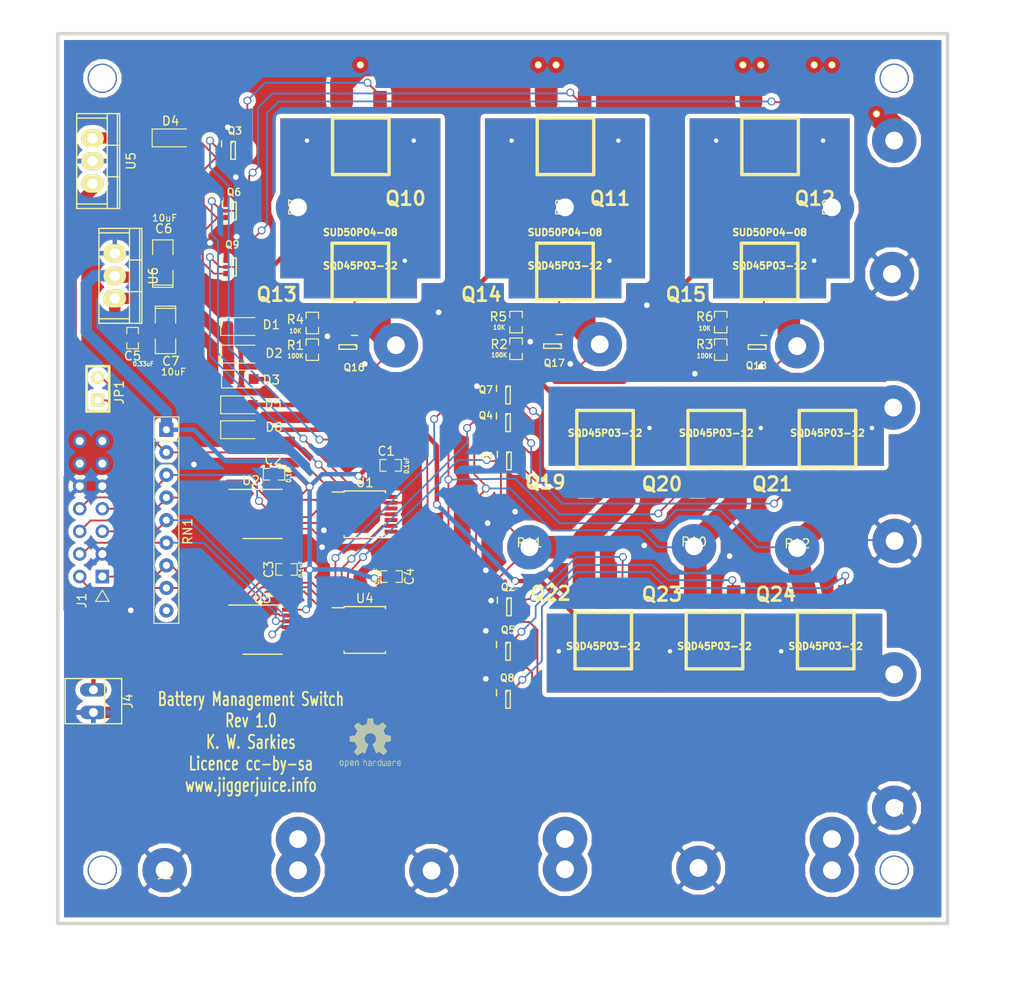
<source format=kicad_pcb>
(kicad_pcb (version 4) (host pcbnew 4.0.7-e2-6376~58~ubuntu14.04.1)
  (title_block (date "7 dec 2013"))
  (layers (0 Front signal) (31 Back signal) (34 B.Paste user hide) (35 F.Paste user hide) (36 B.SilkS user hide) (37 F.SilkS user) (38 B.Mask user hide) (39 F.Mask user hide) (44 Edge.Cuts user))
  (net 0 "")
  (net 1 9V)
  (net 2 B1L1)
  (net 3 B1L2)
  (net 4 B1M1)
  (net 5 B2L1)
  (net 6 B2L2)
  (net 7 B2M1)
  (net 8 B3L1)
  (net 9 B3L2)
  (net 10 B3M1)
  (net 11 GND)
  (net 12 "Net-(U1-Pad3)")
  (net 13 "Net-(U1-Pad5)")
  (net 14 "Net-(U1-Pad9)")
  (net 15 "Net-(U2-Pad7)")
  (net 16 "Net-(U2-Pad9)")
  (net 17 "Net-(U3-Pad6)")
  (net 18 "Net-(U3-Pad9)")
  (net 19 VCC)
  (net 20 "Net-(C5-Pad1)")
  (net 21 "Net-(D1-Pad1)")
  (net 22 "Net-(D5-Pad2)")
  (net 23 "Net-(D6-Pad2)")
  (net 24 "Net-(J1-Pad1)")
  (net 25 "Net-(J1-Pad2)")
  (net 26 "Net-(J1-Pad4)")
  (net 27 "Net-(J1-Pad5)")
  (net 28 "Net-(J1-Pad6)")
  (net 29 "Net-(J1-Pad7)")
  (net 30 "Net-(J1-Pad8)")
  (net 31 M1)
  (net 32 "Net-(JP1-Pad2)")
  (net 33 "Net-(Q1-Pad2)")
  (net 34 B1)
  (net 35 "Net-(Q2-Pad2)")
  (net 36 "Net-(Q3-Pad2)")
  (net 37 "Net-(Q4-Pad2)")
  (net 38 B2)
  (net 39 "Net-(Q5-Pad2)")
  (net 40 "Net-(Q6-Pad2)")
  (net 41 "Net-(Q7-Pad2)")
  (net 42 B3)
  (net 43 "Net-(Q8-Pad2)")
  (net 44 "Net-(Q9-Pad2)")
  (net 45 "Net-(Q16-Pad2)")
  (net 46 "Net-(Q13-Pad1)")
  (net 47 "Net-(Q17-Pad2)")
  (net 48 "Net-(Q14-Pad1)")
  (net 49 "Net-(Q18-Pad2)")
  (net 50 "Net-(Q15-Pad1)")
  (net 51 "Net-(RN1-Pad9)")
  (net 52 "Net-(U1-Pad2)")
  (net 53 "Net-(U3-Pad4)")
  (net 54 "Net-(U3-Pad5)")
  (net 55 "Net-(U3-Pad7)")
  (net 56 "Net-(U3-Pad10)")
  (net 57 "Net-(U3-Pad11)")
  (net 58 "Net-(U3-Pad12)")
  (net 59 "Net-(D1-Pad2)")
  (net 60 "Net-(D2-Pad2)")
  (net 61 "Net-(D3-Pad2)")
  (net 62 "Net-(U1-Pad10)")
  (net 63 "Net-(U1-Pad12)")
  (net 64 "Net-(U2-Pad4)")
  (net 65 "Net-(U2-Pad5)")
  (net 66 "Net-(U2-Pad6)")
  (net 67 "Net-(J2-Pad6)")
  (net 68 "Net-(J2-Pad4)")
  (net 69 "Net-(J2-Pad2)")
  (net 70 "Net-(Q13-Pad2)")
  (net 71 "Net-(Q14-Pad2)")
  (net 72 "Net-(Q15-Pad2)")
  (module BMS:SM0603_Capa (layer Front) (at 72.4 98.5)
    (fp_text reference C1 (at -0.5 -1.6 180) (layer F.SilkS))
    (fp_text value 0.1uF (at 1.8 0 90) (layer F.SilkS) (effects (font (size 0.508 0.4572) (thickness 0.1143))))
    (pad 1 smd rect (at -0.762 0) (size 0.635 1.143) (layers Front F.Paste F.Mask) (net 19 VCC))
    (pad 2 smd rect (at 0.762 0) (size 0.635 1.143) (layers Front F.Paste F.Mask) (net 11 GND))
  )
  (module BMS:SM0603_Capa (layer Front) (at 59.3 99.5 180)
    (fp_text reference C2 (at 0.1 1.6 360) (layer F.SilkS))
    (fp_text value 0.1uF (at -1.651 0 270) (layer F.SilkS) (effects (font (size 0.508 0.4572) (thickness 0.1143))))
    (pad 1 smd rect (at -0.762 0 180) (size 0.635 1.143) (layers Front F.Paste F.Mask) (net 19 VCC))
    (pad 2 smd rect (at 0.762 0 180) (size 0.635 1.143) (layers Front F.Paste F.Mask) (net 11 GND))
  )
  (module BMS:SM0603_Capa (layer Front) (at 60.7 110.2 180)
    (fp_text reference C3 (at 2 0 270) (layer F.SilkS))
    (fp_text value 0.1uF (at -1.651 0 270) (layer F.SilkS) (effects (font (size 0.508 0.4572) (thickness 0.1143))))
    (pad 1 smd rect (at -0.762 0 180) (size 0.635 1.143) (layers Front F.Paste F.Mask) (net 19 VCC))
    (pad 2 smd rect (at 0.762 0 180) (size 0.635 1.143) (layers Front F.Paste F.Mask) (net 11 GND))
  )
  (module BMS:SM0603_Capa (layer Front) (at 72.5 111)
    (fp_text reference C4 (at 2 0 90) (layer F.SilkS))
    (fp_text value 0.1uF (at -1.651 0 90) (layer F.SilkS) (effects (font (size 0.508 0.4572) (thickness 0.1143))))
    (pad 1 smd rect (at -0.762 0) (size 0.635 1.143) (layers Front F.Paste F.Mask) (net 19 VCC))
    (pad 2 smd rect (at 0.762 0) (size 0.635 1.143) (layers Front F.Paste F.Mask) (net 11 GND))
  )
  (module BMS:SM0603_Capa (layer Front) (at 43.4 84.2 270)
    (fp_text reference C5 (at 2 0 360) (layer F.SilkS))
    (fp_text value 0.33uF (at 2.9 -1.2 360) (layer F.SilkS) (effects (font (size 0.508 0.4572) (thickness 0.1143))))
    (pad 1 smd rect (at -0.762 0 270) (size 0.635 1.143) (layers Front F.Paste F.Mask) (net 20 "Net-(C5-Pad1)"))
    (pad 2 smd rect (at 0.762 0 270) (size 0.635 1.143) (layers Front F.Paste F.Mask) (net 11 GND))
  )
  (module BMS:SM1206POL (layer Front) (at 46.8 75.7 90)
    (fp_text reference C6 (at 3.8 0.1 180) (layer F.SilkS))
    (fp_text value 10uF (at 5 0.2 180) (layer F.SilkS) (effects (font (size 0.762 0.762) (thickness 0.127))))
    (pad 1 smd rect (at -1.651 0 90) (size 1.524 2.032) (layers Front F.Paste F.Mask) (net 19 VCC))
    (pad 2 smd rect (at 1.651 0 90) (size 1.524 2.032) (layers Front F.Paste F.Mask) (net 11 GND))
  )
  (module BMS:SM1206POL (layer Front) (at 47.1 83.4 270)
    (fp_text reference C7 (at 3.4 -0.6 360) (layer F.SilkS))
    (fp_text value 10uF (at 4.6 -0.9 360) (layer F.SilkS) (effects (font (size 0.762 0.762) (thickness 0.127))))
    (pad 1 smd rect (at -1.651 0 270) (size 1.524 2.032) (layers Front F.Paste F.Mask) (net 20 "Net-(C5-Pad1)"))
    (pad 2 smd rect (at 1.651 0 270) (size 1.524 2.032) (layers Front F.Paste F.Mask) (net 11 GND))
  )
  (module BMS:D_SOD-123F (layer Front) (at 55.5 82.9)
    (fp_text reference D1 (at 3.5 -0.2) (layer F.SilkS))
    (fp_text value 1N4001 hide)
    (pad 1 smd rect (at -1.4 0) (size 1.1 1.1) (layers Front F.Paste F.Mask) (net 21 "Net-(D1-Pad1)"))
    (pad 2 smd rect (at 1.4 0) (size 1.1 1.1) (layers Front F.Paste F.Mask) (net 59 "Net-(D1-Pad2)"))
  )
  (module BMS:D_SOD-123F (layer Front) (at 55.5 86)
    (fp_text reference D2 (at 3.8 -0.1) (layer F.SilkS))
    (fp_text value 1N4001 hide)
    (pad 1 smd rect (at -1.4 0) (size 1.1 1.1) (layers Front F.Paste F.Mask) (net 21 "Net-(D1-Pad1)"))
    (pad 2 smd rect (at 1.4 0) (size 1.1 1.1) (layers Front F.Paste F.Mask) (net 60 "Net-(D2-Pad2)"))
  )
  (module BMS:D_SOD-123F (layer Front) (at 55.6 88.8)
    (fp_text reference D3 (at 3.4 0.1) (layer F.SilkS))
    (fp_text value 1N4001 hide)
    (pad 1 smd rect (at -1.4 0) (size 1.1 1.1) (layers Front F.Paste F.Mask) (net 21 "Net-(D1-Pad1)"))
    (pad 2 smd rect (at 1.4 0) (size 1.1 1.1) (layers Front F.Paste F.Mask) (net 61 "Net-(D3-Pad2)"))
  )
  (module BMS:D_SOD-123F (layer Front) (at 47.8 61.7)
    (fp_text reference D4 (at -0.127 -1.905) (layer F.SilkS))
    (fp_text value 1N4001 hide)
    (pad 1 smd rect (at -1.4 0) (size 1.1 1.1) (layers Front F.Paste F.Mask) (net 20 "Net-(C5-Pad1)"))
    (pad 2 smd rect (at 1.4 0) (size 1.1 1.1) (layers Front F.Paste F.Mask) (net 21 "Net-(D1-Pad1)"))
  )
  (module BMS:D_SOD-123F (layer Front) (at 55.5 91.7)
    (fp_text reference D5 (at 3.7 -0.1) (layer F.SilkS))
    (fp_text value 2N5819 hide)
    (pad 1 smd rect (at -1.4 0) (size 1.1 1.1) (layers Front F.Paste F.Mask) (net 20 "Net-(C5-Pad1)"))
    (pad 2 smd rect (at 1.4 0) (size 1.1 1.1) (layers Front F.Paste F.Mask) (net 22 "Net-(D5-Pad2)"))
  )
  (module BMS:D_SOD-123F (layer Front) (at 55.5 94.5)
    (fp_text reference D6 (at 3.8 -0.3) (layer F.SilkS))
    (fp_text value 2N5819 hide)
    (pad 1 smd rect (at -1.4 0) (size 1.1 1.1) (layers Front F.Paste F.Mask) (net 20 "Net-(C5-Pad1)"))
    (pad 2 smd rect (at 1.4 0) (size 1.1 1.1) (layers Front F.Paste F.Mask) (net 23 "Net-(D6-Pad2)"))
  )
  (module BMS:header-14-v (layer Front) (at 40 111 90)
    (fp_text reference J1 (at -2.7 -2.3 90) (layer F.SilkS))
    (fp_text value Conn_02x07_Odd_Even)
    (pad 1 thru_hole rect (at 0 0 90) (size 1.52 1.52) (drill 0.91) (layers *.Cu *.Mask) (net 24 "Net-(J1-Pad1)"))
    (pad 2 thru_hole circle (at 0 -2.54 90) (size 1.52 1.52) (drill 0.91) (layers *.Cu *.Mask) (net 25 "Net-(J1-Pad2)"))
    (pad 3 thru_hole circle (at 2.54 0 90) (size 1.52 1.52) (drill 0.91) (layers *.Cu *.Mask) (net 11 GND))
    (pad 4 thru_hole circle (at 2.54 -2.54 90) (size 1.52 1.52) (drill 0.91) (layers *.Cu *.Mask) (net 26 "Net-(J1-Pad4)"))
    (pad 5 thru_hole circle (at 5.08 0 90) (size 1.52 1.52) (drill 0.91) (layers *.Cu *.Mask) (net 27 "Net-(J1-Pad5)"))
    (pad 6 thru_hole circle (at 5.08 -2.54 90) (size 1.52 1.52) (drill 0.91) (layers *.Cu *.Mask) (net 28 "Net-(J1-Pad6)"))
    (pad 7 thru_hole circle (at 7.62 0 90) (size 1.52 1.52) (drill 0.91) (layers *.Cu *.Mask) (net 29 "Net-(J1-Pad7)"))
    (pad 8 thru_hole circle (at 7.62 -2.54 90) (size 1.52 1.52) (drill 0.91) (layers *.Cu *.Mask) (net 30 "Net-(J1-Pad8)"))
    (pad 9 thru_hole circle (at 10.16 0 90) (size 1.52 1.52) (drill 0.91) (layers *.Cu *.Mask) (net 11 GND))
    (pad 10 thru_hole circle (at 10.16 -2.54 90) (size 1.52 1.52) (drill 0.91) (layers *.Cu *.Mask) (net 11 GND))
    (pad 11 thru_hole circle (at 12.7 0 90) (size 1.52 1.52) (drill 0.91) (layers *.Cu *.Mask) (net 1 9V))
    (pad 12 thru_hole circle (at 12.7 -2.54 90) (size 1.52 1.52) (drill 0.91) (layers *.Cu *.Mask) (net 1 9V))
    (pad 13 thru_hole circle (at 15.24 0 90) (size 1.52 1.52) (drill 0.91) (layers *.Cu *.Mask) (net 1 9V))
    (pad 14 thru_hole circle (at 15.24 -2.54 90) (size 1.52 1.52) (drill 0.91) (layers *.Cu *.Mask) (net 1 9V))
  )
  (module BMS:PINHEAD1-2 (layer Front) (at 39 125 270)
    (fp_text reference J4 (at 0 -3.9 270) (layer F.SilkS))
    (fp_text value Conn_01x02)
    (pad 1 thru_hole oval (at -1.27 0 270) (size 1.50622 3.01498) (drill 1) (layers *.Cu *.Mask) (net 1 9V))
    (pad 2 thru_hole oval (at 1.27 0 270) (size 1.50622 3.01498) (drill 1) (layers *.Cu *.Mask) (net 11 GND))
  )
  (module BMS:SIL-2 (layer Front) (at 39.5 89.9 90)
    (fp_text reference JP1 (at -0.4 2.4 90) (layer F.SilkS))
    (fp_text value Jumper_NO_Small hide)
    (pad 1 thru_hole rect (at -1.27 0 90) (size 1.397 1.397) (drill 0.8128) (layers *.Cu *.Mask F.SilkS) (net 30 "Net-(J1-Pad8)"))
    (pad 2 thru_hole circle (at 1.27 0 90) (size 1.397 1.397) (drill 0.8128) (layers *.Cu *.Mask F.SilkS) (net 32 "Net-(JP1-Pad2)"))
  )
  (module BMS:SOT-363 (layer Front) (at 85.7 98)
    (fp_text reference Q1 (at -2.4 -0.5) (layer F.SilkS) (effects (font (size 0.8 0.8))))
    (fp_text value BC847BPDW1 hide)
    (pad 1 smd rect (at -0.9 -0.75) (size 0.6 0.6) (layers Front F.Paste F.Mask) (net 11 GND))
    (pad 2 smd rect (at -0.9 0) (size 0.6 0.4) (layers Front F.Paste F.Mask) (net 33 "Net-(Q1-Pad2)"))
    (pad 3 smd rect (at -0.9 0.75) (size 0.6 0.6) (layers Front F.Paste F.Mask) (net 34 B1))
    (pad 4 smd rect (at 0.9 0.75) (size 0.6 0.6) (layers Front F.Paste F.Mask) (net 2 B1L1))
    (pad 5 smd rect (at 0.9 0) (size 0.6 0.4) (layers Front F.Paste F.Mask) (net 33 "Net-(Q1-Pad2)"))
    (pad 6 smd rect (at 0.9 -0.75) (size 0.6 0.6) (layers Front F.Paste F.Mask) (net 2 B1L1))
  )
  (module BMS:SOT-363 (layer Front) (at 85.7 114.4)
    (fp_text reference Q2 (at -0.1 -2.2) (layer F.SilkS) (effects (font (size 0.8 0.8))))
    (fp_text value BC847BPDW1 hide)
    (pad 1 smd rect (at -0.9 -0.75) (size 0.6 0.6) (layers Front F.Paste F.Mask) (net 11 GND))
    (pad 2 smd rect (at -0.9 0) (size 0.6 0.4) (layers Front F.Paste F.Mask) (net 35 "Net-(Q2-Pad2)"))
    (pad 3 smd rect (at -0.9 0.75) (size 0.6 0.6) (layers Front F.Paste F.Mask) (net 34 B1))
    (pad 4 smd rect (at 0.9 0.75) (size 0.6 0.6) (layers Front F.Paste F.Mask) (net 3 B1L2))
    (pad 5 smd rect (at 0.9 0) (size 0.6 0.4) (layers Front F.Paste F.Mask) (net 35 "Net-(Q2-Pad2)"))
    (pad 6 smd rect (at 0.9 -0.75) (size 0.6 0.6) (layers Front F.Paste F.Mask) (net 3 B1L2))
  )
  (module BMS:SOT-363 (layer Front) (at 54.7 63.1)
    (fp_text reference Q3 (at 0.2 -2.2) (layer F.SilkS) (effects (font (size 0.8 0.8))))
    (fp_text value BC847BPDW1 hide)
    (pad 1 smd rect (at -0.9 -0.75) (size 0.6 0.6) (layers Front F.Paste F.Mask) (net 11 GND))
    (pad 2 smd rect (at -0.9 0) (size 0.6 0.4) (layers Front F.Paste F.Mask) (net 36 "Net-(Q3-Pad2)"))
    (pad 3 smd rect (at -0.9 0.75) (size 0.6 0.6) (layers Front F.Paste F.Mask) (net 31 M1))
    (pad 4 smd rect (at 0.9 0.75) (size 0.6 0.6) (layers Front F.Paste F.Mask) (net 4 B1M1))
    (pad 5 smd rect (at 0.9 0) (size 0.6 0.4) (layers Front F.Paste F.Mask) (net 36 "Net-(Q3-Pad2)"))
    (pad 6 smd rect (at 0.9 -0.75) (size 0.6 0.6) (layers Front F.Paste F.Mask) (net 4 B1M1))
  )
  (module BMS:SOT-363 (layer Front) (at 85.6 93.7)
    (fp_text reference Q4 (at -2.5 -0.8) (layer F.SilkS) (effects (font (size 0.8 0.8))))
    (fp_text value BC847BPDW1 hide)
    (pad 1 smd rect (at -0.9 -0.75) (size 0.6 0.6) (layers Front F.Paste F.Mask) (net 11 GND))
    (pad 2 smd rect (at -0.9 0) (size 0.6 0.4) (layers Front F.Paste F.Mask) (net 37 "Net-(Q4-Pad2)"))
    (pad 3 smd rect (at -0.9 0.75) (size 0.6 0.6) (layers Front F.Paste F.Mask) (net 38 B2))
    (pad 4 smd rect (at 0.9 0.75) (size 0.6 0.6) (layers Front F.Paste F.Mask) (net 5 B2L1))
    (pad 5 smd rect (at 0.9 0) (size 0.6 0.4) (layers Front F.Paste F.Mask) (net 37 "Net-(Q4-Pad2)"))
    (pad 6 smd rect (at 0.9 -0.75) (size 0.6 0.6) (layers Front F.Paste F.Mask) (net 5 B2L1))
  )
  (module BMS:SOT-363 (layer Front) (at 85.6 119.4)
    (fp_text reference Q5 (at 0 -2.4) (layer F.SilkS) (effects (font (size 0.8 0.8))))
    (fp_text value BC847BPDW1 hide)
    (pad 1 smd rect (at -0.9 -0.75) (size 0.6 0.6) (layers Front F.Paste F.Mask) (net 11 GND))
    (pad 2 smd rect (at -0.9 0) (size 0.6 0.4) (layers Front F.Paste F.Mask) (net 39 "Net-(Q5-Pad2)"))
    (pad 3 smd rect (at -0.9 0.75) (size 0.6 0.6) (layers Front F.Paste F.Mask) (net 38 B2))
    (pad 4 smd rect (at 0.9 0.75) (size 0.6 0.6) (layers Front F.Paste F.Mask) (net 6 B2L2))
    (pad 5 smd rect (at 0.9 0) (size 0.6 0.4) (layers Front F.Paste F.Mask) (net 39 "Net-(Q5-Pad2)"))
    (pad 6 smd rect (at 0.9 -0.75) (size 0.6 0.6) (layers Front F.Paste F.Mask) (net 6 B2L2))
  )
  (module BMS:SOT-363 (layer Front) (at 54.8 69.9)
    (fp_text reference Q6 (at 0 -2.1) (layer F.SilkS) (effects (font (size 0.8 0.8))))
    (fp_text value BC847BPDW1 hide)
    (pad 1 smd rect (at -0.9 -0.75) (size 0.6 0.6) (layers Front F.Paste F.Mask) (net 11 GND))
    (pad 2 smd rect (at -0.9 0) (size 0.6 0.4) (layers Front F.Paste F.Mask) (net 40 "Net-(Q6-Pad2)"))
    (pad 3 smd rect (at -0.9 0.75) (size 0.6 0.6) (layers Front F.Paste F.Mask) (net 31 M1))
    (pad 4 smd rect (at 0.9 0.75) (size 0.6 0.6) (layers Front F.Paste F.Mask) (net 7 B2M1))
    (pad 5 smd rect (at 0.9 0) (size 0.6 0.4) (layers Front F.Paste F.Mask) (net 40 "Net-(Q6-Pad2)"))
    (pad 6 smd rect (at 0.9 -0.75) (size 0.6 0.6) (layers Front F.Paste F.Mask) (net 7 B2M1))
  )
  (module BMS:SOT-363 (layer Front) (at 85.6 90.6)
    (fp_text reference Q7 (at -2.5 -0.6) (layer F.SilkS) (effects (font (size 0.8 0.8))))
    (fp_text value BC847BPDW1 hide)
    (pad 1 smd rect (at -0.9 -0.75) (size 0.6 0.6) (layers Front F.Paste F.Mask) (net 11 GND))
    (pad 2 smd rect (at -0.9 0) (size 0.6 0.4) (layers Front F.Paste F.Mask) (net 41 "Net-(Q7-Pad2)"))
    (pad 3 smd rect (at -0.9 0.75) (size 0.6 0.6) (layers Front F.Paste F.Mask) (net 42 B3))
    (pad 4 smd rect (at 0.9 0.75) (size 0.6 0.6) (layers Front F.Paste F.Mask) (net 8 B3L1))
    (pad 5 smd rect (at 0.9 0) (size 0.6 0.4) (layers Front F.Paste F.Mask) (net 41 "Net-(Q7-Pad2)"))
    (pad 6 smd rect (at 0.9 -0.75) (size 0.6 0.6) (layers Front F.Paste F.Mask) (net 8 B3L1))
  )
  (module BMS:SOT-363 (layer Front) (at 85.6 124.8)
    (fp_text reference Q8 (at -0.1 -2.4) (layer F.SilkS) (effects (font (size 0.8 0.8))))
    (fp_text value BC847BPDW1 hide)
    (pad 1 smd rect (at -0.9 -0.75) (size 0.6 0.6) (layers Front F.Paste F.Mask) (net 11 GND))
    (pad 2 smd rect (at -0.9 0) (size 0.6 0.4) (layers Front F.Paste F.Mask) (net 43 "Net-(Q8-Pad2)"))
    (pad 3 smd rect (at -0.9 0.75) (size 0.6 0.6) (layers Front F.Paste F.Mask) (net 42 B3))
    (pad 4 smd rect (at 0.9 0.75) (size 0.6 0.6) (layers Front F.Paste F.Mask) (net 9 B3L2))
    (pad 5 smd rect (at 0.9 0) (size 0.6 0.4) (layers Front F.Paste F.Mask) (net 43 "Net-(Q8-Pad2)"))
    (pad 6 smd rect (at 0.9 -0.75) (size 0.6 0.6) (layers Front F.Paste F.Mask) (net 9 B3L2))
  )
  (module BMS:SOT-363 (layer Front) (at 54.8 76.2)
    (fp_text reference Q9 (at -0.2 -2.5) (layer F.SilkS) (effects (font (size 0.8 0.8))))
    (fp_text value BC847BPDW1 hide)
    (pad 1 smd rect (at -0.9 -0.75) (size 0.6 0.6) (layers Front F.Paste F.Mask) (net 11 GND))
    (pad 2 smd rect (at -0.9 0) (size 0.6 0.4) (layers Front F.Paste F.Mask) (net 44 "Net-(Q9-Pad2)"))
    (pad 3 smd rect (at -0.9 0.75) (size 0.6 0.6) (layers Front F.Paste F.Mask) (net 31 M1))
    (pad 4 smd rect (at 0.9 0.75) (size 0.6 0.6) (layers Front F.Paste F.Mask) (net 10 B3M1))
    (pad 5 smd rect (at 0.9 0) (size 0.6 0.4) (layers Front F.Paste F.Mask) (net 44 "Net-(Q9-Pad2)"))
    (pad 6 smd rect (at 0.9 -0.75) (size 0.6 0.6) (layers Front F.Paste F.Mask) (net 10 B3M1))
  )
  (module BMS:SOT-363 (layer Front) (at 67.6 85.2 270)
    (fp_text reference Q16 (at 2.3 -0.7 360) (layer F.SilkS) (effects (font (size 0.8 0.8))))
    (fp_text value BC856BDW1 hide)
    (pad 1 smd rect (at -0.9 -0.75 270) (size 0.6 0.6) (layers Front F.Paste F.Mask) (net 59 "Net-(D1-Pad2)"))
    (pad 2 smd rect (at -0.9 0 270) (size 0.6 0.4) (layers Front F.Paste F.Mask) (net 45 "Net-(Q16-Pad2)"))
    (pad 3 smd rect (at -0.9 0.75 270) (size 0.6 0.6) (layers Front F.Paste F.Mask) (net 46 "Net-(Q13-Pad1)"))
    (pad 4 smd rect (at 0.9 0.75 270) (size 0.6 0.6) (layers Front F.Paste F.Mask) (net 70 "Net-(Q13-Pad2)"))
    (pad 5 smd rect (at 0.9 0 270) (size 0.6 0.4) (layers Front F.Paste F.Mask) (net 45 "Net-(Q16-Pad2)"))
    (pad 6 smd rect (at 0.9 -0.75 270) (size 0.6 0.6) (layers Front F.Paste F.Mask) (net 11 GND))
  )
  (module BMS:SOT-363 (layer Front) (at 90.6 85.1 270)
    (fp_text reference Q17 (at 1.9 -0.2 360) (layer F.SilkS) (effects (font (size 0.8 0.8))))
    (fp_text value BC856BDW1 hide)
    (pad 1 smd rect (at -0.9 -0.75 270) (size 0.6 0.6) (layers Front F.Paste F.Mask) (net 60 "Net-(D2-Pad2)"))
    (pad 2 smd rect (at -0.9 0 270) (size 0.6 0.4) (layers Front F.Paste F.Mask) (net 47 "Net-(Q17-Pad2)"))
    (pad 3 smd rect (at -0.9 0.75 270) (size 0.6 0.6) (layers Front F.Paste F.Mask) (net 48 "Net-(Q14-Pad1)"))
    (pad 4 smd rect (at 0.9 0.75 270) (size 0.6 0.6) (layers Front F.Paste F.Mask) (net 71 "Net-(Q14-Pad2)"))
    (pad 5 smd rect (at 0.9 0 270) (size 0.6 0.4) (layers Front F.Paste F.Mask) (net 47 "Net-(Q17-Pad2)"))
    (pad 6 smd rect (at 0.9 -0.75 270) (size 0.6 0.6) (layers Front F.Paste F.Mask) (net 11 GND))
  )
  (module BMS:SOT-363 (layer Front) (at 113.6 85.2 270)
    (fp_text reference Q18 (at 2.1 0.1 360) (layer F.SilkS) (effects (font (size 0.8 0.8))))
    (fp_text value BC856BDW1 hide)
    (pad 1 smd rect (at -0.9 -0.75 270) (size 0.6 0.6) (layers Front F.Paste F.Mask) (net 61 "Net-(D3-Pad2)"))
    (pad 2 smd rect (at -0.9 0 270) (size 0.6 0.4) (layers Front F.Paste F.Mask) (net 49 "Net-(Q18-Pad2)"))
    (pad 3 smd rect (at -0.9 0.75 270) (size 0.6 0.6) (layers Front F.Paste F.Mask) (net 50 "Net-(Q15-Pad1)"))
    (pad 4 smd rect (at 0.9 0.75 270) (size 0.6 0.6) (layers Front F.Paste F.Mask) (net 72 "Net-(Q15-Pad2)"))
    (pad 5 smd rect (at 0.9 0 270) (size 0.6 0.4) (layers Front F.Paste F.Mask) (net 49 "Net-(Q18-Pad2)"))
    (pad 6 smd rect (at 0.9 -0.75 270) (size 0.6 0.6) (layers Front F.Paste F.Mask) (net 11 GND))
  )
  (module BMS:SM0603_Resistor (layer Front) (at 63.6 85.5 90)
    (fp_text reference R1 (at 0.5 -1.9 360) (layer F.SilkS))
    (fp_text value 100K (at -0.7 -1.9 360) (layer F.SilkS) (effects (font (size 0.508 0.4572) (thickness 0.1143))))
    (pad 1 smd rect (at -0.762 0 90) (size 0.635 1.143) (layers Front F.Paste F.Mask) (net 45 "Net-(Q16-Pad2)"))
    (pad 2 smd rect (at 0.762 0 90) (size 0.635 1.143) (layers Front F.Paste F.Mask) (net 11 GND))
  )
  (module BMS:SM0603_Resistor (layer Front) (at 86.5 85.4 90)
    (fp_text reference R2 (at 0.5 -1.9 180) (layer F.SilkS))
    (fp_text value 100K (at -0.7 -1.9 180) (layer F.SilkS) (effects (font (size 0.508 0.4572) (thickness 0.1143))))
    (pad 1 smd rect (at -0.762 0 90) (size 0.635 1.143) (layers Front F.Paste F.Mask) (net 47 "Net-(Q17-Pad2)"))
    (pad 2 smd rect (at 0.762 0 90) (size 0.635 1.143) (layers Front F.Paste F.Mask) (net 11 GND))
  )
  (module BMS:SM0603_Resistor (layer Front) (at 109.5 85.5 90)
    (fp_text reference R3 (at 0.6 -1.8 180) (layer F.SilkS))
    (fp_text value 100K (at -0.7 -1.8 180) (layer F.SilkS) (effects (font (size 0.508 0.4572) (thickness 0.1143))))
    (pad 1 smd rect (at -0.762 0 90) (size 0.635 1.143) (layers Front F.Paste F.Mask) (net 49 "Net-(Q18-Pad2)"))
    (pad 2 smd rect (at 0.762 0 90) (size 0.635 1.143) (layers Front F.Paste F.Mask) (net 11 GND))
  )
  (module BMS:SM0603_Resistor (layer Front) (at 63.6 82.5 270)
    (fp_text reference R4 (at -0.4 1.9 360) (layer F.SilkS))
    (fp_text value 10K (at 0.9 1.9 360) (layer F.SilkS) (effects (font (size 0.508 0.4572) (thickness 0.1143))))
    (pad 1 smd rect (at -0.762 0 270) (size 0.635 1.143) (layers Front F.Paste F.Mask) (net 46 "Net-(Q13-Pad1)"))
    (pad 2 smd rect (at 0.762 0 270) (size 0.635 1.143) (layers Front F.Paste F.Mask) (net 11 GND))
  )
  (module BMS:SM0603_Resistor (layer Front) (at 86.5 82.4 270)
    (fp_text reference R5 (at -0.6 2 360) (layer F.SilkS))
    (fp_text value 10K (at 0.6 1.9 360) (layer F.SilkS) (effects (font (size 0.508 0.4572) (thickness 0.1143))))
    (pad 1 smd rect (at -0.762 0 270) (size 0.635 1.143) (layers Front F.Paste F.Mask) (net 48 "Net-(Q14-Pad1)"))
    (pad 2 smd rect (at 0.762 0 270) (size 0.635 1.143) (layers Front F.Paste F.Mask) (net 11 GND))
  )
  (module BMS:SM0603_Resistor (layer Front) (at 109.5 82.4 270)
    (fp_text reference R6 (at -0.6 1.8 360) (layer F.SilkS))
    (fp_text value 10K (at 0.7 1.8 360) (layer F.SilkS) (effects (font (size 0.508 0.4572) (thickness 0.1143))))
    (pad 1 smd rect (at -0.762 0 270) (size 0.635 1.143) (layers Front F.Paste F.Mask) (net 50 "Net-(Q15-Pad1)"))
    (pad 2 smd rect (at 0.762 0 270) (size 0.635 1.143) (layers Front F.Paste F.Mask) (net 11 GND))
  )
  (module BMS:R_Array_SIP9 (layer Front) (at 47.2 94.5 270)
    (fp_text reference RN1 (at 11.43 -2.4 270) (layer F.SilkS))
    (fp_text value R_Network08)
    (pad 1 thru_hole rect (at 0 0 270) (size 1.6 1.6) (drill 0.8) (layers *.Cu *.Mask) (net 19 VCC))
    (pad 2 thru_hole oval (at 2.54 0 270) (size 1.6 1.6) (drill 0.8) (layers *.Cu *.Mask) (net 32 "Net-(JP1-Pad2)"))
    (pad 3 thru_hole oval (at 5.08 0 270) (size 1.6 1.6) (drill 0.8) (layers *.Cu *.Mask) (net 29 "Net-(J1-Pad7)"))
    (pad 4 thru_hole oval (at 7.62 0 270) (size 1.6 1.6) (drill 0.8) (layers *.Cu *.Mask) (net 28 "Net-(J1-Pad6)"))
    (pad 5 thru_hole oval (at 10.16 0 270) (size 1.6 1.6) (drill 0.8) (layers *.Cu *.Mask) (net 27 "Net-(J1-Pad5)"))
    (pad 6 thru_hole oval (at 12.7 0 270) (size 1.6 1.6) (drill 0.8) (layers *.Cu *.Mask) (net 26 "Net-(J1-Pad4)"))
    (pad 7 thru_hole oval (at 15.24 0 270) (size 1.6 1.6) (drill 0.8) (layers *.Cu *.Mask) (net 24 "Net-(J1-Pad1)"))
    (pad 8 thru_hole oval (at 17.78 0 270) (size 1.6 1.6) (drill 0.8) (layers *.Cu *.Mask) (net 25 "Net-(J1-Pad2)"))
    (pad 9 thru_hole oval (at 20.32 0 270) (size 1.6 1.6) (drill 0.8) (layers *.Cu *.Mask) (net 51 "Net-(RN1-Pad9)"))
  )
  (module BMS:TSSOP-16 (layer Front) (at 58 104)
    (fp_text reference U2 (at -1.3 -3.8) (layer F.SilkS))
    (fp_text value 74LS139)
    (pad 1 smd rect (at -2.95 -2.275) (size 1.5 0.45) (layers Front F.Paste F.Mask) (net 11 GND))
    (pad 2 smd rect (at -2.95 -1.625) (size 1.5 0.45) (layers Front F.Paste F.Mask) (net 11 GND))
    (pad 3 smd rect (at -2.95 -0.975) (size 1.5 0.45) (layers Front F.Paste F.Mask) (net 11 GND))
    (pad 4 smd rect (at -2.95 -0.325) (size 1.5 0.45) (layers Front F.Paste F.Mask) (net 64 "Net-(U2-Pad4)"))
    (pad 5 smd rect (at -2.95 0.325) (size 1.5 0.45) (layers Front F.Paste F.Mask) (net 65 "Net-(U2-Pad5)"))
    (pad 6 smd rect (at -2.95 0.975) (size 1.5 0.45) (layers Front F.Paste F.Mask) (net 66 "Net-(U2-Pad6)"))
    (pad 7 smd rect (at -2.95 1.625) (size 1.5 0.45) (layers Front F.Paste F.Mask) (net 15 "Net-(U2-Pad7)"))
    (pad 8 smd rect (at -2.95 2.275) (size 1.5 0.45) (layers Front F.Paste F.Mask) (net 11 GND))
    (pad 9 smd rect (at 2.95 2.275) (size 1.5 0.45) (layers Front F.Paste F.Mask) (net 16 "Net-(U2-Pad9)"))
    (pad 10 smd rect (at 2.95 1.625) (size 1.5 0.45) (layers Front F.Paste F.Mask) (net 14 "Net-(U1-Pad9)"))
    (pad 11 smd rect (at 2.95 0.975) (size 1.5 0.45) (layers Front F.Paste F.Mask) (net 13 "Net-(U1-Pad5)"))
    (pad 12 smd rect (at 2.95 0.325) (size 1.5 0.45) (layers Front F.Paste F.Mask) (net 12 "Net-(U1-Pad3)"))
    (pad 13 smd rect (at 2.95 -0.325) (size 1.5 0.45) (layers Front F.Paste F.Mask) (net 29 "Net-(J1-Pad7)"))
    (pad 14 smd rect (at 2.95 -0.975) (size 1.5 0.45) (layers Front F.Paste F.Mask) (net 28 "Net-(J1-Pad6)"))
    (pad 15 smd rect (at 2.95 -1.625) (size 1.5 0.45) (layers Front F.Paste F.Mask) (net 52 "Net-(U1-Pad2)"))
    (pad 16 smd rect (at 2.95 -2.275) (size 1.5 0.45) (layers Front F.Paste F.Mask) (net 19 VCC))
  )
  (module BMS:TSSOP-16 (layer Front) (at 58 117)
    (fp_text reference U3 (at 0 -3.55) (layer F.SilkS))
    (fp_text value 74LS139)
    (pad 1 smd rect (at -2.95 -2.275) (size 1.5 0.45) (layers Front F.Paste F.Mask) (net 11 GND))
    (pad 2 smd rect (at -2.95 -1.625) (size 1.5 0.45) (layers Front F.Paste F.Mask) (net 24 "Net-(J1-Pad1)"))
    (pad 3 smd rect (at -2.95 -0.975) (size 1.5 0.45) (layers Front F.Paste F.Mask) (net 25 "Net-(J1-Pad2)"))
    (pad 4 smd rect (at -2.95 -0.325) (size 1.5 0.45) (layers Front F.Paste F.Mask) (net 53 "Net-(U3-Pad4)"))
    (pad 5 smd rect (at -2.95 0.325) (size 1.5 0.45) (layers Front F.Paste F.Mask) (net 54 "Net-(U3-Pad5)"))
    (pad 6 smd rect (at -2.95 0.975) (size 1.5 0.45) (layers Front F.Paste F.Mask) (net 17 "Net-(U3-Pad6)"))
    (pad 7 smd rect (at -2.95 1.625) (size 1.5 0.45) (layers Front F.Paste F.Mask) (net 55 "Net-(U3-Pad7)"))
    (pad 8 smd rect (at -2.95 2.275) (size 1.5 0.45) (layers Front F.Paste F.Mask) (net 11 GND))
    (pad 9 smd rect (at 2.95 2.275) (size 1.5 0.45) (layers Front F.Paste F.Mask) (net 18 "Net-(U3-Pad9)"))
    (pad 10 smd rect (at 2.95 1.625) (size 1.5 0.45) (layers Front F.Paste F.Mask) (net 56 "Net-(U3-Pad10)"))
    (pad 11 smd rect (at 2.95 0.975) (size 1.5 0.45) (layers Front F.Paste F.Mask) (net 57 "Net-(U3-Pad11)"))
    (pad 12 smd rect (at 2.95 0.325) (size 1.5 0.45) (layers Front F.Paste F.Mask) (net 58 "Net-(U3-Pad12)"))
    (pad 13 smd rect (at 2.95 -0.325) (size 1.5 0.45) (layers Front F.Paste F.Mask) (net 27 "Net-(J1-Pad5)"))
    (pad 14 smd rect (at 2.95 -0.975) (size 1.5 0.45) (layers Front F.Paste F.Mask) (net 26 "Net-(J1-Pad4)"))
    (pad 15 smd rect (at 2.95 -1.625) (size 1.5 0.45) (layers Front F.Paste F.Mask) (net 11 GND))
    (pad 16 smd rect (at 2.95 -2.275) (size 1.5 0.45) (layers Front F.Paste F.Mask) (net 19 VCC))
  )
  (module BMS:TO-220 (layer Front) (at 38.9 64.3 270)
    (fp_text reference U5 (at 0 -4.318 270) (layer F.SilkS))
    (fp_text value LM7809_TO220)
    (pad 2 thru_hole oval (at 0 0 270) (size 2.032 2.54) (drill 1.143) (layers *.Cu *.Mask F.SilkS) (net 11 GND))
    (pad 3 thru_hole oval (at 2.54 0 270) (size 2.032 2.54) (drill 1.143) (layers *.Cu *.Mask F.SilkS) (net 1 9V))
    (pad 1 thru_hole oval (at -2.54 0 270) (size 2.032 2.54) (drill 1.143) (layers *.Cu *.Mask F.SilkS) (net 20 "Net-(C5-Pad1)"))
  )
  (module BMS:TO-220 (layer Front) (at 41.4 77.2 270)
    (fp_text reference U6 (at 0 -4.318 270) (layer F.SilkS))
    (fp_text value LM1086-3.3)
    (pad 2 thru_hole oval (at 0 0 270) (size 2.032 2.54) (drill 1.143) (layers *.Cu *.Mask F.SilkS) (net 19 VCC))
    (pad 3 thru_hole oval (at 2.54 0 270) (size 2.032 2.54) (drill 1.143) (layers *.Cu *.Mask F.SilkS) (net 20 "Net-(C5-Pad1)"))
    (pad 1 thru_hole oval (at -2.54 0 270) (size 2.032 2.54) (drill 1.143) (layers *.Cu *.Mask F.SilkS) (net 11 GND))
  )
  (module BMS:Mounting_Hole_3mm (layer Front) (at 40 55)
    (fp_text reference "" (at -0.1524 -3.5052) (layer F.SilkS))
    (fp_text value MountingHole)
    (pad 1 thru_hole circle (at 0 0) (size 3.3 3.3) (drill 3) (layers *.Cu))
  )
  (module BMS:Mounting_Hole_3mm (layer Front) (at 129 55)
    (fp_text reference "" (at -0.1524 -3.5052) (layer F.SilkS))
    (fp_text value MountingHole)
    (pad 1 thru_hole circle (at 0 0) (size 3.3 3.3) (drill 3) (layers *.Cu))
  )
  (module BMS:Mounting_Hole_3mm (layer Front) (at 129 144)
    (fp_text reference "" (at -0.1524 -3.5052) (layer F.SilkS))
    (fp_text value MountingHole)
    (pad 1 thru_hole circle (at 0 0) (size 3.3 3.3) (drill 3) (layers *.Cu))
  )
  (module BMS:Mounting_Hole_3mm (layer Front) (at 40 144)
    (fp_text reference "" (at -0.1524 -3.5052) (layer F.SilkS))
    (fp_text value MountingHole)
    (pad 1 thru_hole circle (at 0 0) (size 3.3 3.3) (drill 3) (layers *.Cu))
  )
  (module BMS:Link_1 (layer Front) (at 62 69.5 270)
    (fp_text reference R7 (at 0 0.5 270) (layer F.SilkS))
    (fp_text value 0)
    (pad 2 thru_hole circle (at 71 0 270) (size 5 5) (drill 2) (layers *.Cu *.Mask) (net 69 "Net-(J2-Pad2)"))
    (pad 1 thru_hole circle (at 0 0 270) (size 5 5) (drill 2) (layers *.Cu *.Mask) (net 59 "Net-(D1-Pad2)"))
  )
  (module BMS:Link_3 (layer Front) (at 106.5 107.6 180)
    (fp_text reference R10 (at 0 0.5 180) (layer F.SilkS))
    (fp_text value 0)
    (pad 2 thru_hole circle (at 10.6 22.7 180) (size 5 5) (drill 2) (layers *.Cu *.Mask) (net 71 "Net-(Q14-Pad2)"))
    (pad 1 thru_hole circle (at 0 0 180) (size 5 5) (drill 2) (layers *.Cu *.Mask) (net 38 B2))
  )
  (module BMS:Link_2 (layer Front) (at 88 107.7 180)
    (fp_text reference R11 (at 0 0.5 180) (layer F.SilkS))
    (fp_text value 0)
    (pad 2 thru_hole circle (at 15 22.7 180) (size 5 5) (drill 2) (layers *.Cu *.Mask) (net 70 "Net-(Q13-Pad2)"))
    (pad 1 thru_hole circle (at 0 0 180) (size 5 5) (drill 2) (layers *.Cu *.Mask) (net 34 B1))
  )
  (module BMS:Link_4 (layer Front) (at 118.1 107.8 180)
    (fp_text reference R12 (at 0 0.5 180) (layer F.SilkS))
    (fp_text value 0)
    (pad 2 thru_hole circle (at 0 22.7 180) (size 5 5) (drill 2) (layers *.Cu *.Mask) (net 72 "Net-(Q15-Pad2)"))
    (pad 1 thru_hole circle (at 0 0 180) (size 5 5) (drill 2) (layers *.Cu *.Mask) (net 42 B3))
  )
  (module BMS:Link_1 (layer Front) (at 122 69.5 270)
    (fp_text reference R9 (at 0 0.5 270) (layer F.SilkS))
    (fp_text value 0)
    (pad 2 thru_hole circle (at 71 0 270) (size 5 5) (drill 2) (layers *.Cu *.Mask) (net 67 "Net-(J2-Pad6)"))
    (pad 1 thru_hole circle (at 0 0 270) (size 5 5) (drill 2) (layers *.Cu *.Mask) (net 61 "Net-(D3-Pad2)"))
  )
  (module BMS:Screw_Terminal_Six (layer Front) (at 47 144)
    (fp_text reference J2 (at 0 0.5) (layer F.SilkS))
    (fp_text value Screw_Terminal_01x06)
    (pad 6 thru_hole circle (at 75 0) (size 5 5) (drill 2) (layers *.Cu *.Mask) (net 67 "Net-(J2-Pad6)"))
    (pad 5 thru_hole circle (at 60 -0.254) (size 5 5) (drill 2) (layers *.Cu *.Mask) (net 11 GND))
    (pad 4 thru_hole circle (at 45 -0.1016) (size 5 5) (drill 2) (layers *.Cu *.Mask) (net 68 "Net-(J2-Pad4)"))
    (pad 3 thru_hole circle (at 30 0.0508) (size 5 5) (drill 2) (layers *.Cu *.Mask) (net 11 GND))
    (pad 2 thru_hole circle (at 15 0) (size 5 5) (drill 2) (layers *.Cu *.Mask) (net 69 "Net-(J2-Pad2)"))
    (pad 1 thru_hole circle (at 0 0) (size 5 5) (drill 2) (layers *.Cu *.Mask) (net 11 GND))
  )
  (module BMS:Screw_Terminal_Six (layer Front) (at 129 137 90)
    (fp_text reference J3 (at 0 0.5 90) (layer F.SilkS))
    (fp_text value Screw_Terminal_01x06)
    (pad 6 thru_hole circle (at 75 0 90) (size 5 5) (drill 2) (layers *.Cu *.Mask) (net 31 M1))
    (pad 5 thru_hole circle (at 60 -0.254 90) (size 5 5) (drill 2) (layers *.Cu *.Mask) (net 11 GND))
    (pad 4 thru_hole circle (at 45 -0.1016 90) (size 5 5) (drill 2) (layers *.Cu *.Mask) (net 22 "Net-(D5-Pad2)"))
    (pad 3 thru_hole circle (at 30 0.0508 90) (size 5 5) (drill 2) (layers *.Cu *.Mask) (net 11 GND))
    (pad 2 thru_hole circle (at 15 0 90) (size 5 5) (drill 2) (layers *.Cu *.Mask) (net 23 "Net-(D6-Pad2)"))
    (pad 1 thru_hole circle (at 0 0 90) (size 5 5) (drill 2) (layers *.Cu *.Mask) (net 11 GND))
  )
  (module BMS:THROUGHVIA (layer Front) (at 69 53.5)
    (fp_text reference J5 hide)
    (fp_text value Conn_01x01 hide)
    (pad 1 thru_hole circle (at 0 0) (size 0.8 0.8) (drill 0.5) (layers *.Cu *.Mask F.SilkS) (net 31 M1))
  )
  (module BMS:THROUGHVIA (layer Front) (at 91 53.5)
    (fp_text reference J6 hide)
    (fp_text value Conn_01x01 hide)
    (pad 1 thru_hole circle (at 0 0) (size 0.8 0.8) (drill 0.5) (layers *.Cu *.Mask F.SilkS) (net 31 M1))
  )
  (module BMS:THROUGHVIA (layer Front) (at 114 53.5)
    (fp_text reference J7 hide)
    (fp_text value Conn_01x01 hide)
    (pad 1 thru_hole circle (at 0 0) (size 0.8 0.8) (drill 0.5) (layers *.Cu *.Mask F.SilkS) (net 31 M1))
  )
  (module BMS:THROUGHVIA (layer Front) (at 120 53.5)
    (fp_text reference J8 hide)
    (fp_text value Conn_01x01 hide)
    (pad 1 thru_hole circle (at 0 0) (size 0.8 0.8) (drill 0.5) (layers *.Cu *.Mask F.SilkS) (net 31 M1))
  )
  (module BMS:THROUGHVIA (layer Front) (at 122 53.5)
    (fp_text reference J9 hide)
    (fp_text value Conn_01x01 hide)
    (pad 1 thru_hole circle (at 0 0) (size 0.8 0.8) (drill 0.5) (layers *.Cu *.Mask F.SilkS) (net 31 M1))
  )
  (module BMS:THROUGHVIA (layer Front) (at 89 53.5)
    (fp_text reference J10 hide)
    (fp_text value Conn_01x01 hide)
    (pad 1 thru_hole circle (at 0 0) (size 0.8 0.8) (drill 0.5) (layers *.Cu *.Mask F.SilkS) (net 31 M1))
  )
  (module BMS:Link_1 (layer Front) (at 92 69.5 270)
    (fp_text reference R8 (at 0 0.5 270) (layer F.SilkS))
    (fp_text value 0)
    (pad 2 thru_hole circle (at 71 0 270) (size 5 5) (drill 2) (layers *.Cu *.Mask) (net 68 "Net-(J2-Pad4)"))
    (pad 1 thru_hole circle (at 0 0 270) (size 5 5) (drill 2) (layers *.Cu *.Mask) (net 60 "Net-(D2-Pad2)"))
  )
  (module BMS:THROUGHVIA (layer Front) (at 127 59)
    (fp_text reference J11 hide)
    (fp_text value Conn_01x01 hide)
    (pad 1 thru_hole circle (at 0 0) (size 0.8 0.8) (drill 0.5) (layers *.Cu *.Mask F.SilkS) (net 31 M1))
  )
  (module BMS:THROUGHVIA (layer Front) (at 112 53.5)
    (fp_text reference J12 hide)
    (fp_text value Conn_01x01 hide)
    (pad 1 thru_hole circle (at 0 0) (size 0.8 0.8) (drill 0.5) (layers *.Cu *.Mask F.SilkS) (net 31 M1))
  )
  (module OPENHARDWARE:OSHWLOGO0.3IN (layer Front) (at 66.3 126)
    (fp_text reference G*** hide)
    (fp_text value LOGO hide)
  )
  (module BMS:TO252-HS-Large (layer Front) (at 69 52 180)
    (fp_text reference Q10 (at -5.08 -16.51 180) (layer F.SilkS) (effects (font (thickness 0.3048))))
    (fp_text value SUD50P04-08 (at 0 -20.32 180) (layer F.SilkS) (effects (font (size 0.762 0.762) (thickness 0.1905))))
    (pad 1 smd rect (at -2.2098 -5.6896 180) (size 1.524 2.54) (layers Front F.Paste F.Mask) (net 4 B1M1))
    (pad 2 smd rect (at 2.1082 -5.6896 180) (size 1.524 2.54) (layers Front F.Paste F.Mask) (net 31 M1))
    (pad 3 smd rect (at 0 -16.5 180) (size 18 18) (layers Back) (net 59 "Net-(D1-Pad2)"))
    (pad 3 smd rect (at 0 -16.5 180) (size 18 18) (layers Front F.Mask) (net 59 "Net-(D1-Pad2)"))
    (pad 3 thru_hole circle (at -6 -10 180) (size 1 1) (drill 0.5) (layers *.Cu *.Mask) (net 59 "Net-(D1-Pad2)"))
    (pad 3 thru_hole circle (at 6 -10 180) (size 1 1) (drill 0.5) (layers *.Cu *.Mask) (net 59 "Net-(D1-Pad2)"))
  )
  (module BMS:TO252-HS-Large (layer Front) (at 92 52 180)
    (fp_text reference Q11 (at -5.08 -16.51 180) (layer F.SilkS) (effects (font (thickness 0.3048))))
    (fp_text value SUD50P04-08 (at 0 -20.32 180) (layer F.SilkS) (effects (font (size 0.762 0.762) (thickness 0.1905))))
    (pad 1 smd rect (at -2.2098 -5.6896 180) (size 1.524 2.54) (layers Front F.Paste F.Mask) (net 7 B2M1))
    (pad 2 smd rect (at 2.1082 -5.6896 180) (size 1.524 2.54) (layers Front F.Paste F.Mask) (net 31 M1))
    (pad 3 smd rect (at 0 -16.5 180) (size 18 18) (layers Back) (net 60 "Net-(D2-Pad2)"))
    (pad 3 smd rect (at 0 -16.5 180) (size 18 18) (layers Front F.Mask) (net 60 "Net-(D2-Pad2)"))
    (pad 3 thru_hole circle (at -6 -10 180) (size 1 1) (drill 0.5) (layers *.Cu *.Mask) (net 60 "Net-(D2-Pad2)"))
    (pad 3 thru_hole circle (at 6 -10 180) (size 1 1) (drill 0.5) (layers *.Cu *.Mask) (net 60 "Net-(D2-Pad2)"))
  )
  (module BMS:TO252-HS-Large (layer Front) (at 115 52 180)
    (fp_text reference Q12 (at -5.08 -16.51 180) (layer F.SilkS) (effects (font (thickness 0.3048))))
    (fp_text value SUD50P04-08 (at 0 -20.32 180) (layer F.SilkS) (effects (font (size 0.762 0.762) (thickness 0.1905))))
    (pad 1 smd rect (at -2.2098 -5.6896 180) (size 1.524 2.54) (layers Front F.Paste F.Mask) (net 10 B3M1))
    (pad 2 smd rect (at 2.1082 -5.6896 180) (size 1.524 2.54) (layers Front F.Paste F.Mask) (net 31 M1))
    (pad 3 smd rect (at 0 -16.5 180) (size 18 18) (layers Back) (net 61 "Net-(D3-Pad2)"))
    (pad 3 smd rect (at 0 -16.5 180) (size 18 18) (layers Front F.Mask) (net 61 "Net-(D3-Pad2)"))
    (pad 3 thru_hole circle (at -6 -10 180) (size 1 1) (drill 0.5) (layers *.Cu *.Mask) (net 61 "Net-(D3-Pad2)"))
    (pad 3 thru_hole circle (at 6 -10 180) (size 1 1) (drill 0.5) (layers *.Cu *.Mask) (net 61 "Net-(D3-Pad2)"))
  )
  (module BMS:TO252-HS-Small (layer Front) (at 69 87.5)
    (fp_text reference Q13 (at -9.4 -8.2) (layer F.SilkS) (effects (font (thickness 0.3048))))
    (fp_text value SQD45P03-12 (at 0 -11.43) (layer F.SilkS) (effects (font (size 0.762 0.762) (thickness 0.1905))))
    (pad 1 smd rect (at -2.159 -5.842) (size 1.524 2.54) (layers Front F.Paste F.Mask) (net 46 "Net-(Q13-Pad1)"))
    (pad 2 smd rect (at 2.159 -5.842) (size 1.524 2.54) (layers Front F.Paste F.Mask) (net 70 "Net-(Q13-Pad2)"))
    (pad 3 smd rect (at 0 -12.2) (size 12.7 8.89) (layers Front F.Mask) (net 59 "Net-(D1-Pad2)"))
    (pad 3 smd rect (at 0 -12.2) (size 12.7 8.89) (layers Back) (net 59 "Net-(D1-Pad2)"))
    (pad 3 thru_hole circle (at 5 -12) (size 1 1) (drill 0.5) (layers *.Cu *.Mask) (net 59 "Net-(D1-Pad2)"))
  )
  (module BMS:TO252-HS-Small (layer Front) (at 92 87.5)
    (fp_text reference Q14 (at -9.4 -8.2) (layer F.SilkS) (effects (font (thickness 0.3048))))
    (fp_text value SQD45P03-12 (at 0 -11.43) (layer F.SilkS) (effects (font (size 0.762 0.762) (thickness 0.1905))))
    (pad 1 smd rect (at -2.159 -5.842) (size 1.524 2.54) (layers Front F.Paste F.Mask) (net 48 "Net-(Q14-Pad1)"))
    (pad 2 smd rect (at 2.159 -5.842) (size 1.524 2.54) (layers Front F.Paste F.Mask) (net 71 "Net-(Q14-Pad2)"))
    (pad 3 smd rect (at 0 -12.2) (size 12.7 8.89) (layers Front F.Mask) (net 60 "Net-(D2-Pad2)"))
    (pad 3 smd rect (at 0 -12.2) (size 12.7 8.89) (layers Back) (net 60 "Net-(D2-Pad2)"))
    (pad 3 thru_hole circle (at 5 -12) (size 1 1) (drill 0.5) (layers *.Cu *.Mask) (net 60 "Net-(D2-Pad2)"))
  )
  (module BMS:TO252-HS-Small (layer Front) (at 115 87.5)
    (fp_text reference Q15 (at -9.4 -8.2) (layer F.SilkS) (effects (font (thickness 0.3048))))
    (fp_text value SQD45P03-12 (at 0 -11.43) (layer F.SilkS) (effects (font (size 0.762 0.762) (thickness 0.1905))))
    (pad 1 smd rect (at -2.159 -5.842) (size 1.524 2.54) (layers Front F.Paste F.Mask) (net 50 "Net-(Q15-Pad1)"))
    (pad 2 smd rect (at 2.159 -5.842) (size 1.524 2.54) (layers Front F.Paste F.Mask) (net 72 "Net-(Q15-Pad2)"))
    (pad 3 smd rect (at 0 -12.2) (size 12.7 8.89) (layers Front F.Mask) (net 61 "Net-(D3-Pad2)"))
    (pad 3 smd rect (at 0 -12.2) (size 12.7 8.89) (layers Back) (net 61 "Net-(D3-Pad2)"))
    (pad 3 thru_hole circle (at 5 -12) (size 1 1) (drill 0.5) (layers *.Cu *.Mask) (net 61 "Net-(D3-Pad2)"))
  )
  (module BMS:TO252-HS-Small (layer Front) (at 96.5 106.3)
    (fp_text reference Q19 (at -6.7 -5.9) (layer F.SilkS) (effects (font (thickness 0.3048))))
    (fp_text value SQD45P03-12 (at 0 -11.43) (layer F.SilkS) (effects (font (size 0.762 0.762) (thickness 0.1905))))
    (pad 1 smd rect (at -2.159 -5.842) (size 1.524 2.54) (layers Front F.Paste F.Mask) (net 2 B1L1))
    (pad 2 smd rect (at 2.159 -5.842) (size 1.524 2.54) (layers Front F.Paste F.Mask) (net 34 B1))
    (pad 3 smd rect (at 0 -12.2) (size 12.7 8.89) (layers Front F.Mask) (net 22 "Net-(D5-Pad2)"))
    (pad 3 smd rect (at 0 -12.2) (size 12.7 8.89) (layers Back) (net 22 "Net-(D5-Pad2)"))
    (pad 3 thru_hole circle (at 5 -12) (size 1 1) (drill 0.5) (layers *.Cu *.Mask) (net 22 "Net-(D5-Pad2)"))
  )
  (module BMS:TO252-HS-Small (layer Front) (at 109 106.3)
    (fp_text reference Q20 (at -6.1 -5.7) (layer F.SilkS) (effects (font (thickness 0.3048))))
    (fp_text value SQD45P03-12 (at 0 -11.43) (layer F.SilkS) (effects (font (size 0.762 0.762) (thickness 0.1905))))
    (pad 1 smd rect (at -2.159 -5.842) (size 1.524 2.54) (layers Front F.Paste F.Mask) (net 5 B2L1))
    (pad 2 smd rect (at 2.159 -5.842) (size 1.524 2.54) (layers Front F.Paste F.Mask) (net 38 B2))
    (pad 3 smd rect (at 0 -12.2) (size 12.7 8.89) (layers Front F.Mask) (net 22 "Net-(D5-Pad2)"))
    (pad 3 smd rect (at 0 -12.2) (size 12.7 8.89) (layers Back) (net 22 "Net-(D5-Pad2)"))
    (pad 3 thru_hole circle (at 5 -12) (size 1 1) (drill 0.5) (layers *.Cu *.Mask) (net 22 "Net-(D5-Pad2)"))
  )
  (module BMS:TO252-HS-Small (layer Front) (at 121.5 106.3)
    (fp_text reference Q21 (at -6.2 -5.7) (layer F.SilkS) (effects (font (thickness 0.3048))))
    (fp_text value SQD45P03-12 (at 0 -11.43) (layer F.SilkS) (effects (font (size 0.762 0.762) (thickness 0.1905))))
    (pad 1 smd rect (at -2.159 -5.842) (size 1.524 2.54) (layers Front F.Paste F.Mask) (net 8 B3L1))
    (pad 2 smd rect (at 2.159 -5.842) (size 1.524 2.54) (layers Front F.Paste F.Mask) (net 42 B3))
    (pad 3 smd rect (at 0 -12.2) (size 12.7 8.89) (layers Front F.Mask) (net 22 "Net-(D5-Pad2)"))
    (pad 3 smd rect (at 0 -12.2) (size 12.7 8.89) (layers Back) (net 22 "Net-(D5-Pad2)"))
    (pad 3 thru_hole circle (at 5 -12) (size 1 1) (drill 0.5) (layers *.Cu *.Mask) (net 22 "Net-(D5-Pad2)"))
  )
  (module BMS:TO252-HS-Small (layer Front) (at 96.3 107.4 180)
    (fp_text reference Q22 (at 5.9 -5.5 180) (layer F.SilkS) (effects (font (thickness 0.3048))))
    (fp_text value SQD45P03-12 (at 0 -11.43 180) (layer F.SilkS) (effects (font (size 0.762 0.762) (thickness 0.1905))))
    (pad 1 smd rect (at -2.159 -5.842 180) (size 1.524 2.54) (layers Front F.Paste F.Mask) (net 3 B1L2))
    (pad 2 smd rect (at 2.159 -5.842 180) (size 1.524 2.54) (layers Front F.Paste F.Mask) (net 34 B1))
    (pad 3 smd rect (at 0 -12.2 180) (size 12.7 8.89) (layers Front F.Mask) (net 23 "Net-(D6-Pad2)"))
    (pad 3 smd rect (at 0 -12.2 180) (size 12.7 8.89) (layers Back) (net 23 "Net-(D6-Pad2)"))
    (pad 3 thru_hole circle (at 5 -12 180) (size 1 1) (drill 0.5) (layers *.Cu *.Mask) (net 23 "Net-(D6-Pad2)"))
  )
  (module BMS:TO252-HS-Small (layer Front) (at 108.8 107.4 180)
    (fp_text reference Q23 (at 5.9 -5.6 180) (layer F.SilkS) (effects (font (thickness 0.3048))))
    (fp_text value SQD45P03-12 (at 0 -11.43 180) (layer F.SilkS) (effects (font (size 0.762 0.762) (thickness 0.1905))))
    (pad 1 smd rect (at -2.159 -5.842 180) (size 1.524 2.54) (layers Front F.Paste F.Mask) (net 6 B2L2))
    (pad 2 smd rect (at 2.159 -5.842 180) (size 1.524 2.54) (layers Front F.Paste F.Mask) (net 38 B2))
    (pad 3 smd rect (at 0 -12.2 180) (size 12.7 8.89) (layers Front F.Mask) (net 23 "Net-(D6-Pad2)"))
    (pad 3 smd rect (at 0 -12.2 180) (size 12.7 8.89) (layers Back) (net 23 "Net-(D6-Pad2)"))
    (pad 3 thru_hole circle (at 5 -12 180) (size 1 1) (drill 0.5) (layers *.Cu *.Mask) (net 23 "Net-(D6-Pad2)"))
  )
  (module BMS:TO252-HS-Small (layer Front) (at 121.3 107.4 180)
    (fp_text reference Q24 (at 5.6 -5.6 180) (layer F.SilkS) (effects (font (thickness 0.3048))))
    (fp_text value SQD45P03-12 (at 0 -11.43 180) (layer F.SilkS) (effects (font (size 0.762 0.762) (thickness 0.1905))))
    (pad 1 smd rect (at -2.159 -5.842 180) (size 1.524 2.54) (layers Front F.Paste F.Mask) (net 9 B3L2))
    (pad 2 smd rect (at 2.159 -5.842 180) (size 1.524 2.54) (layers Front F.Paste F.Mask) (net 42 B3))
    (pad 3 smd rect (at 0 -12.2 180) (size 12.7 8.89) (layers Front F.Mask) (net 23 "Net-(D6-Pad2)"))
    (pad 3 smd rect (at 0 -12.2 180) (size 12.7 8.89) (layers Back) (net 23 "Net-(D6-Pad2)"))
    (pad 3 thru_hole circle (at 5 -12 180) (size 1 1) (drill 0.5) (layers *.Cu *.Mask) (net 23 "Net-(D6-Pad2)"))
  )
  (module BMS:TSSOP-14 (layer Front) (at 69.5 104)
    (fp_text reference U1 (at 0 -3.55) (layer F.SilkS))
    (fp_text value 74HC04)
    (pad 1 smd rect (at -2.95 -1.95) (size 1.45 0.45) (layers Front F.Paste F.Mask) (net 32 "Net-(JP1-Pad2)"))
    (pad 2 smd rect (at -2.95 -1.3) (size 1.45 0.45) (layers Front F.Paste F.Mask) (net 52 "Net-(U1-Pad2)"))
    (pad 3 smd rect (at -2.95 -0.65) (size 1.45 0.45) (layers Front F.Paste F.Mask) (net 12 "Net-(U1-Pad3)"))
    (pad 4 smd rect (at -2.95 0) (size 1.45 0.45) (layers Front F.Paste F.Mask) (net 44 "Net-(Q9-Pad2)"))
    (pad 5 smd rect (at -2.95 0.65) (size 1.45 0.45) (layers Front F.Paste F.Mask) (net 13 "Net-(U1-Pad5)"))
    (pad 6 smd rect (at -2.95 1.3) (size 1.45 0.45) (layers Front F.Paste F.Mask) (net 40 "Net-(Q6-Pad2)"))
    (pad 7 smd rect (at -2.95 1.95) (size 1.45 0.45) (layers Front F.Paste F.Mask) (net 11 GND))
    (pad 8 smd rect (at 2.95 1.95) (size 1.45 0.45) (layers Front F.Paste F.Mask) (net 36 "Net-(Q3-Pad2)"))
    (pad 9 smd rect (at 2.95 1.3) (size 1.45 0.45) (layers Front F.Paste F.Mask) (net 14 "Net-(U1-Pad9)"))
    (pad 10 smd rect (at 2.95 0.65) (size 1.45 0.45) (layers Front F.Paste F.Mask) (net 62 "Net-(U1-Pad10)"))
    (pad 11 smd rect (at 2.95 0) (size 1.45 0.45) (layers Front F.Paste F.Mask) (net 11 GND))
    (pad 12 smd rect (at 2.95 -0.65) (size 1.45 0.45) (layers Front F.Paste F.Mask) (net 63 "Net-(U1-Pad12)"))
    (pad 13 smd rect (at 2.95 -1.3) (size 1.45 0.45) (layers Front F.Paste F.Mask) (net 11 GND))
    (pad 14 smd rect (at 2.95 -1.95) (size 1.45 0.45) (layers Front F.Paste F.Mask) (net 19 VCC))
  )
  (module BMS:TSSOP-14 (layer Front) (at 69.5 117)
    (fp_text reference U4 (at 0 -3.55) (layer F.SilkS))
    (fp_text value 74HC04)
    (pad 1 smd rect (at -2.95 -1.95) (size 1.45 0.45) (layers Front F.Paste F.Mask) (net 53 "Net-(U3-Pad4)"))
    (pad 2 smd rect (at -2.95 -1.3) (size 1.45 0.45) (layers Front F.Paste F.Mask) (net 41 "Net-(Q7-Pad2)"))
    (pad 3 smd rect (at -2.95 -0.65) (size 1.45 0.45) (layers Front F.Paste F.Mask) (net 54 "Net-(U3-Pad5)"))
    (pad 4 smd rect (at -2.95 0) (size 1.45 0.45) (layers Front F.Paste F.Mask) (net 37 "Net-(Q4-Pad2)"))
    (pad 5 smd rect (at -2.95 0.65) (size 1.45 0.45) (layers Front F.Paste F.Mask) (net 17 "Net-(U3-Pad6)"))
    (pad 6 smd rect (at -2.95 1.3) (size 1.45 0.45) (layers Front F.Paste F.Mask) (net 33 "Net-(Q1-Pad2)"))
    (pad 7 smd rect (at -2.95 1.95) (size 1.45 0.45) (layers Front F.Paste F.Mask) (net 11 GND))
    (pad 8 smd rect (at 2.95 1.95) (size 1.45 0.45) (layers Front F.Paste F.Mask) (net 35 "Net-(Q2-Pad2)"))
    (pad 9 smd rect (at 2.95 1.3) (size 1.45 0.45) (layers Front F.Paste F.Mask) (net 56 "Net-(U3-Pad10)"))
    (pad 10 smd rect (at 2.95 0.65) (size 1.45 0.45) (layers Front F.Paste F.Mask) (net 39 "Net-(Q5-Pad2)"))
    (pad 11 smd rect (at 2.95 0) (size 1.45 0.45) (layers Front F.Paste F.Mask) (net 57 "Net-(U3-Pad11)"))
    (pad 12 smd rect (at 2.95 -0.65) (size 1.45 0.45) (layers Front F.Paste F.Mask) (net 43 "Net-(Q8-Pad2)"))
    (pad 13 smd rect (at 2.95 -1.3) (size 1.45 0.45) (layers Front F.Paste F.Mask) (net 58 "Net-(U3-Pad12)"))
    (pad 14 smd rect (at 2.95 -1.95) (size 1.45 0.45) (layers Front F.Paste F.Mask) (net 19 VCC))
  )
  (gr_text "Battery Management Switch\nRev 1.0\nK. W. Sarkies\nLicence cc-by-sa\nwww.jiggerjuice.info" (at 56.7 129.6) (layer F.SilkS) (effects (font (size 1.5 1) (thickness 0.2))))
  (gr_line (start 35 150) (end 35 50) (angle 90) (layer Edge.Cuts) (width 0.381))
  (gr_line (start 135 150) (end 35 150) (angle 90) (layer Edge.Cuts) (width 0.381))
  (gr_line (start 135 50) (end 135 150) (angle 90) (layer Edge.Cuts) (width 0.381))
  (gr_line (start 35 50) (end 135 50) (angle 90) (layer Edge.Cuts) (width 0.381))
  (segment (start 38.9 67.5) (end 36.5 69.9) (width 1.27) (layer Front) (net 1))
  (segment (start 36.5 69.9) (end 36.5 95.1) (width 1.27) (layer Front) (net 1))
  (segment (start 36.5 95.1) (end 37.4 95.9) (width 1.27) (layer Front) (net 1))
  (segment (start 39 123.73) (end 39 117.8) (width 0.508) (layer Front) (net 1))
  (segment (start 39 117.8) (end 35.9 114.7) (width 0.508) (layer Front) (net 1))
  (segment (start 35.9 114.7) (end 35.9 99.86) (width 0.508) (layer Front) (net 1))
  (segment (start 35.9 99.86) (end 37.46 98.3) (width 0.508) (layer Front) (net 1))
  (segment (start 38.9 66.84) (end 38.9 67.5) (width 0.508) (layer Front) (net 1))
  (segment (start 40 98.3) (end 40 95.76) (width 2.54) (layer Front) (net 1))
  (segment (start 37.46 98.3) (end 40 98.3) (width 2.54) (layer Front) (net 1))
  (segment (start 37.46 95.76) (end 37.46 98.3) (width 2.54) (layer Front) (net 1))
  (segment (start 40 95.76) (end 37.46 95.76) (width 2.54) (layer Front) (net 1))
  (segment (start 94.341 100.458) (end 88.908 100.458) (width 0.2032) (layer Front) (net 2))
  (segment (start 88.908 100.458) (end 87.2 98.75) (width 0.2032) (layer Front) (net 2))
  (segment (start 86.6 97.25) (end 87.25 97.25) (width 0.2032) (layer Front) (net 2))
  (segment (start 87.25 98.75) (end 87.2 98.75) (width 0.2032) (layer Front) (net 2))
  (segment (start 87.2 98.75) (end 86.6 98.75) (width 0.2032) (layer Front) (net 2))
  (segment (start 87.5 98.5) (end 87.25 98.75) (width 0.2032) (layer Front) (net 2))
  (segment (start 87.5 97.5) (end 87.5 98.5) (width 0.2032) (layer Front) (net 2))
  (segment (start 87.25 97.25) (end 87.5 97.5) (width 0.2032) (layer Front) (net 2))
  (segment (start 86.6 113.65) (end 87.35 113.65) (width 0.2032) (layer Front) (net 3))
  (segment (start 98.459 110.659) (end 98.459 113.242) (width 0.2032) (layer Front) (net 3))
  (segment (start 98.5 108.8) (end 98.459 110.659) (width 0.2032) (layer Front) (net 3))
  (via (at 98.5 108.8) (size 0.889) (drill 0.635) (layers Front Back) (net 3))
  (segment (start 93.3 108.8) (end 98.5 108.8) (width 0.2032) (layer Back) (net 3))
  (segment (start 88.5 113.4) (end 93.3 108.8) (width 0.2032) (layer Back) (net 3))
  (via (at 88.5 113.4) (size 0.889) (drill 0.635) (layers Front Back) (net 3))
  (segment (start 87.35 113.65) (end 88.5 113.4) (width 0.2032) (layer Front) (net 3))
  (segment (start 86.6 113.65) (end 87.25 113.65) (width 0.2032) (layer Front) (net 3))
  (segment (start 87.2 115.15) (end 86.6 115.15) (width 0.2032) (layer Front) (net 3))
  (segment (start 87.5 114.85) (end 87.2 115.15) (width 0.2032) (layer Front) (net 3))
  (segment (start 87.5 113.9) (end 87.5 114.85) (width 0.2032) (layer Front) (net 3))
  (segment (start 87.25 113.65) (end 87.5 113.9) (width 0.2032) (layer Front) (net 3))
  (segment (start 56.3 62.35) (end 56.3 57.5) (width 0.2032) (layer Front) (net 4))
  (segment (start 69.8 55.5) (end 71.2098 56.9098) (width 0.2032) (layer Front) (net 4))
  (via (at 69.8 55.5) (size 0.889) (drill 0.635) (layers Front Back) (net 4))
  (segment (start 58.3 55.5) (end 69.8 55.5) (width 0.2032) (layer Back) (net 4))
  (segment (start 56.3 57.5) (end 58.3 55.5) (width 0.2032) (layer Back) (net 4))
  (via (at 56.3 57.5) (size 0.889) (drill 0.635) (layers Front Back) (net 4))
  (segment (start 71.2098 56.9098) (end 71.2098 57.6896) (width 0.2032) (layer Front) (net 4))
  (segment (start 55.6 62.35) (end 56.3 62.35) (width 0.2032) (layer Front) (net 4))
  (segment (start 56.3 62.35) (end 56.35 62.35) (width 0.2032) (layer Front) (net 4))
  (segment (start 56.35 63.85) (end 55.6 63.85) (width 0.2032) (layer Front) (net 4))
  (segment (start 56.7 63.5) (end 56.35 63.85) (width 0.2032) (layer Front) (net 4))
  (segment (start 56.7 62.7) (end 56.7 63.5) (width 0.2032) (layer Front) (net 4))
  (segment (start 56.35 62.35) (end 56.7 62.7) (width 0.2032) (layer Front) (net 4))
  (segment (start 106.841 100.458) (end 105.942 100.458) (width 0.2032) (layer Front) (net 5))
  (segment (start 88.2 96) (end 86.65 94.45) (width 0.2032) (layer Front) (net 5))
  (via (at 88.2 96) (size 0.889) (drill 0.635) (layers Front Back) (net 5))
  (segment (start 88.2 100.8) (end 88.2 96) (width 0.2032) (layer Back) (net 5))
  (segment (start 91.4 104) (end 88.2 100.8) (width 0.2032) (layer Back) (net 5))
  (segment (start 102.4 104) (end 91.4 104) (width 0.2032) (layer Back) (net 5))
  (segment (start 102.5 103.9) (end 102.4 104) (width 0.2032) (layer Back) (net 5))
  (via (at 102.5 103.9) (size 0.889) (drill 0.635) (layers Front Back) (net 5))
  (segment (start 105.942 100.458) (end 102.5 103.9) (width 0.2032) (layer Front) (net 5))
  (segment (start 86.65 94.45) (end 86.5 94.45) (width 0.2032) (layer Front) (net 5))
  (segment (start 86.5 92.95) (end 87.05 92.95) (width 0.2032) (layer Front) (net 5))
  (segment (start 86.95 94.45) (end 86.5 94.45) (width 0.2032) (layer Front) (net 5))
  (segment (start 87.3 94.1) (end 86.95 94.45) (width 0.2032) (layer Front) (net 5))
  (segment (start 87.3 93.2) (end 87.3 94.1) (width 0.2032) (layer Front) (net 5))
  (segment (start 87.05 92.95) (end 87.3 93.2) (width 0.2032) (layer Front) (net 5))
  (segment (start 86.5 118.65) (end 86.5 117.8) (width 0.2032) (layer Front) (net 6))
  (segment (start 110.8 111.4) (end 110.959 112.959) (width 0.2032) (layer Front) (net 6))
  (via (at 110.8 111.4) (size 0.889) (drill 0.635) (layers Front Back) (net 6))
  (segment (start 103.6 111.4) (end 110.8 111.4) (width 0.2032) (layer Back) (net 6))
  (segment (start 101.8 109.7) (end 103.6 111.4) (width 0.2032) (layer Back) (net 6))
  (segment (start 93.3 109.7) (end 101.8 109.7) (width 0.2032) (layer Back) (net 6))
  (segment (start 88.7 114.3) (end 93.3 109.7) (width 0.2032) (layer Back) (net 6))
  (segment (start 88.7 115.6) (end 88.7 114.3) (width 0.2032) (layer Back) (net 6))
  (segment (start 87.1 117.2) (end 88.7 115.6) (width 0.2032) (layer Back) (net 6))
  (via (at 87.1 117.2) (size 0.889) (drill 0.635) (layers Front Back) (net 6))
  (segment (start 86.5 117.8) (end 87.1 117.2) (width 0.2032) (layer Front) (net 6))
  (segment (start 110.959 112.959) (end 110.959 113.242) (width 0.2032) (layer Front) (net 6))
  (segment (start 86.5 118.65) (end 87.35 118.65) (width 0.2032) (layer Front) (net 6))
  (segment (start 87.35 120.15) (end 86.5 120.15) (width 0.2032) (layer Front) (net 6))
  (segment (start 87.6 119.9) (end 87.35 120.15) (width 0.2032) (layer Front) (net 6))
  (segment (start 87.6 118.9) (end 87.6 119.9) (width 0.2032) (layer Front) (net 6))
  (segment (start 87.35 118.65) (end 87.6 118.9) (width 0.2032) (layer Front) (net 6))
  (segment (start 56.5 69.15) (end 56.5 66) (width 0.2032) (layer Front) (net 7))
  (segment (start 92.6 56.6) (end 93.6896 57.6896) (width 0.2032) (layer Front) (net 7))
  (via (at 92.6 56.6) (size 0.889) (drill 0.635) (layers Front Back) (net 7))
  (segment (start 59.1 56.7) (end 92.4 56.7) (width 0.2032) (layer Back) (net 7))
  (segment (start 57.5 58.3) (end 59.1 56.7) (width 0.2032) (layer Back) (net 7))
  (segment (start 57.5 65) (end 57.5 58.3) (width 0.2032) (layer Back) (net 7))
  (segment (start 56.9 65.6) (end 57.5 65) (width 0.2032) (layer Back) (net 7))
  (via (at 56.9 65.6) (size 0.889) (drill 0.635) (layers Front Back) (net 7))
  (segment (start 56.5 66) (end 56.9 65.6) (width 0.2032) (layer Front) (net 7))
  (segment (start 93.6896 57.6896) (end 94.2098 57.6896) (width 0.2032) (layer Front) (net 7))
  (segment (start 55.7 69.15) (end 56.5 69.15) (width 0.2032) (layer Front) (net 7))
  (segment (start 56.5 69.15) (end 56.55 69.15) (width 0.2032) (layer Front) (net 7))
  (segment (start 56.55 70.65) (end 55.7 70.65) (width 0.2032) (layer Front) (net 7))
  (segment (start 56.8 70.4) (end 56.55 70.65) (width 0.2032) (layer Front) (net 7))
  (segment (start 56.8 69.4) (end 56.8 70.4) (width 0.2032) (layer Front) (net 7))
  (segment (start 56.55 69.15) (end 56.8 69.4) (width 0.2032) (layer Front) (net 7))
  (segment (start 119.341 100.458) (end 117.742 100.458) (width 0.2032) (layer Front) (net 8))
  (via (at 88.4 92.4) (size 0.889) (drill 0.635) (layers Front Back) (net 8))
  (segment (start 89.2 93) (end 88.4 92.4) (width 0.2032) (layer Back) (net 8))
  (segment (start 89.2 100.3) (end 89.2 93) (width 0.2032) (layer Back) (net 8))
  (segment (start 91.7 102.8) (end 89.2 100.3) (width 0.2032) (layer Back) (net 8))
  (segment (start 104.1 102.8) (end 91.7 102.8) (width 0.2032) (layer Back) (net 8))
  (segment (start 104.1 102.8) (end 104.1 102.8) (width 0.2032) (layer Back) (net 8))
  (segment (start 115.4 102.8) (end 104.1 102.8) (width 0.2032) (layer Back) (net 8))
  (segment (start 115.5 102.8) (end 115.4 102.8) (width 0.2032) (layer Back) (net 8))
  (via (at 115.5 102.8) (size 0.889) (drill 0.635) (layers Front Back) (net 8))
  (segment (start 117.742 100.458) (end 115.5 102.8) (width 0.2032) (layer Front) (net 8))
  (segment (start 88.3 92.5) (end 87.15 91.35) (width 0.2032) (layer Front) (net 8))
  (segment (start 87.15 91.35) (end 86.5 91.35) (width 0.2032) (layer Front) (net 8))
  (segment (start 86.5 89.85) (end 87.15 89.85) (width 0.2032) (layer Front) (net 8))
  (segment (start 87.15 91.35) (end 86.5 91.35) (width 0.2032) (layer Front) (net 8))
  (segment (start 87.4 91.1) (end 87.15 91.35) (width 0.2032) (layer Front) (net 8))
  (segment (start 87.4 90.1) (end 87.4 91.1) (width 0.2032) (layer Front) (net 8))
  (segment (start 87.15 89.85) (end 87.4 90.1) (width 0.2032) (layer Front) (net 8))
  (segment (start 86.5 124.05) (end 86.5 123.4) (width 0.2032) (layer Front) (net 9))
  (segment (start 86.5 123.4) (end 87.2 122.6) (width 0.2032) (layer Front) (net 9))
  (via (at 87.2 122.6) (size 0.889) (drill 0.635) (layers Front Back) (net 9))
  (segment (start 87.2 122.6) (end 89.4 120.5) (width 0.2032) (layer Back) (net 9))
  (segment (start 89.4 120.5) (end 89.4 114.4) (width 0.2032) (layer Back) (net 9))
  (segment (start 89.4 114.4) (end 93.3 110.5) (width 0.2032) (layer Back) (net 9))
  (segment (start 93.3 110.5) (end 101.6 110.5) (width 0.2032) (layer Back) (net 9))
  (segment (start 101.6 110.5) (end 103.4 112.3) (width 0.2032) (layer Back) (net 9))
  (segment (start 103.4 112.3) (end 121.5 112.3) (width 0.2032) (layer Back) (net 9))
  (segment (start 121.5 112.3) (end 123.5 110.9) (width 0.2032) (layer Back) (net 9))
  (via (at 123.5 110.9) (size 0.889) (drill 0.635) (layers Front Back) (net 9))
  (segment (start 123.5 110.9) (end 123.459 113.242) (width 0.2032) (layer Front) (net 9))
  (segment (start 86.5 124.05) (end 87.25 124.05) (width 0.2032) (layer Front) (net 9))
  (segment (start 87.25 125.55) (end 86.5 125.55) (width 0.2032) (layer Front) (net 9))
  (segment (start 87.6 125.2) (end 87.25 125.55) (width 0.2032) (layer Front) (net 9))
  (segment (start 87.6 124.4) (end 87.6 125.2) (width 0.2032) (layer Front) (net 9))
  (segment (start 87.25 124.05) (end 87.6 124.4) (width 0.2032) (layer Front) (net 9))
  (segment (start 56.4 75.45) (end 56.4 73.6) (width 0.2032) (layer Front) (net 10))
  (segment (start 115.2896 57.6896) (end 117.2098 57.6896) (width 0.2032) (layer Front) (net 10))
  (segment (start 115.2 57.6) (end 115.2896 57.6896) (width 0.2032) (layer Front) (net 10))
  (via (at 115.2 57.6) (size 0.889) (drill 0.635) (layers Front Back) (net 10))
  (segment (start 59.8 57.6) (end 115.2 57.6) (width 0.2032) (layer Back) (net 10))
  (segment (start 58.5 58.9) (end 59.8 57.6) (width 0.2032) (layer Back) (net 10))
  (segment (start 58.5 71.5) (end 58.5 58.9) (width 0.2032) (layer Back) (net 10))
  (segment (start 57.9 72.1) (end 58.5 71.5) (width 0.2032) (layer Back) (net 10))
  (via (at 57.9 72.1) (size 0.889) (drill 0.635) (layers Front Back) (net 10))
  (segment (start 56.4 73.6) (end 57.9 72.1) (width 0.2032) (layer Front) (net 10))
  (segment (start 55.7 75.45) (end 56.4 75.45) (width 0.2032) (layer Front) (net 10))
  (segment (start 56.4 75.45) (end 56.45 75.45) (width 0.2032) (layer Front) (net 10))
  (segment (start 56.45 76.95) (end 55.7 76.95) (width 0.2032) (layer Front) (net 10))
  (segment (start 56.7 76.7) (end 56.45 76.95) (width 0.2032) (layer Front) (net 10))
  (segment (start 56.7 75.7) (end 56.7 76.7) (width 0.2032) (layer Front) (net 10))
  (segment (start 56.45 75.45) (end 56.7 75.7) (width 0.2032) (layer Front) (net 10))
  (segment (start 72.45 104) (end 71.4 104) (width 0.2032) (layer Front) (net 11))
  (segment (start 71.2 103.8) (end 71.2 102.7) (width 0.2032) (layer Front) (net 11))
  (segment (start 71.4 104) (end 71.2 103.8) (width 0.2032) (layer Front) (net 11))
  (segment (start 89.6 111) (end 90.4 110.2) (width 0.2032) (layer Back) (net 11))
  (via (at 90.4 110.2) (size 0.889) (drill 0.635) (layers Front Back) (net 11))
  (segment (start 83.1 110.3) (end 83.1 105.2) (width 0.2032) (layer Front) (net 11))
  (segment (start 83.7 110.9) (end 83.1 110.3) (width 0.2032) (layer Back) (net 11))
  (via (at 83.1 110.3) (size 0.889) (drill 0.635) (layers Front Back) (net 11))
  (segment (start 83.7 113.7) (end 83.7 110.9) (width 0.2032) (layer Back) (net 11))
  (via (at 86.4 103.7) (size 0.889) (drill 0.635) (layers Front Back) (net 11))
  (segment (start 84.6 103.7) (end 86.4 103.7) (width 0.2032) (layer Back) (net 11))
  (segment (start 83.3 105) (end 84.6 103.7) (width 0.2032) (layer Back) (net 11))
  (via (at 83.3 105) (size 0.889) (drill 0.635) (layers Front Back) (net 11))
  (segment (start 83.1 105.2) (end 83.3 105) (width 0.2032) (layer Front) (net 11))
  (segment (start 110.5 108.7) (end 110.8 108.7) (width 0.2032) (layer Back) (net 11))
  (segment (start 101.2 107.5) (end 102.6 108.9) (width 0.2032) (layer Back) (net 11))
  (segment (start 102.6 108.9) (end 102.6 108.9) (width 0.2032) (layer Back) (net 11))
  (segment (start 102.6 108.9) (end 104.3 110.6) (width 0.2032) (layer Back) (net 11))
  (segment (start 104.3 110.6) (end 108.6 110.6) (width 0.2032) (layer Back) (net 11))
  (segment (start 108.6 110.6) (end 110.5 108.7) (width 0.2032) (layer Back) (net 11))
  (via (at 110.5 108.7) (size 0.889) (drill 0.635) (layers Front Back) (net 11))
  (segment (start 83.7 113.7) (end 83.7 113.6) (width 0.2032) (layer Back) (net 11))
  (via (at 100.9 107.5) (size 0.889) (drill 0.635) (layers Front Back) (net 11))
  (segment (start 93.1 107.5) (end 100.9 107.5) (width 0.2032) (layer Back) (net 11))
  (segment (start 88.3 112.3) (end 89.6 111) (width 0.2032) (layer Back) (net 11))
  (segment (start 89.6 111) (end 93.1 107.5) (width 0.2032) (layer Back) (net 11))
  (segment (start 85 112.3) (end 88.3 112.3) (width 0.2032) (layer Back) (net 11))
  (segment (start 83.7 113.6) (end 85 112.3) (width 0.2032) (layer Back) (net 11))
  (segment (start 100.9 107.5) (end 101.2 107.5) (width 0.2032) (layer Back) (net 11))
  (segment (start 123.6 106.9) (end 128.9508 106.9) (width 0.2032) (layer Back) (net 11))
  (segment (start 119.4 111.1) (end 123.6 106.9) (width 0.2032) (layer Back) (net 11))
  (segment (start 113.2 111.1) (end 119.4 111.1) (width 0.2032) (layer Back) (net 11))
  (segment (start 110.8 108.7) (end 113.2 111.1) (width 0.2032) (layer Back) (net 11))
  (segment (start 128.9508 106.9) (end 129.0508 107) (width 0.2032) (layer Back) (net 11))
  (segment (start 101.4 88.2) (end 101.4 80.7) (width 0.2032) (layer Back) (net 11))
  (via (at 101.2 80.5) (size 0.889) (drill 0.635) (layers Front Back) (net 11))
  (segment (start 101.4 80.7) (end 101.2 80.5) (width 0.2032) (layer Back) (net 11))
  (segment (start 76.9 89.05) (end 76.9 82.2) (width 0.2032) (layer Back) (net 11))
  (via (at 77.8 81.3) (size 0.889) (drill 0.635) (layers Front Back) (net 11))
  (segment (start 76.9 82.2) (end 77.8 81.3) (width 0.2032) (layer Back) (net 11))
  (segment (start 58.538 99.5) (end 51.4 99.5) (width 0.2032) (layer Front) (net 11))
  (segment (start 44.3 98.3) (end 41.76 100.84) (width 0.2032) (layer Back) (net 11))
  (segment (start 50.2 98.3) (end 44.3 98.3) (width 0.2032) (layer Back) (net 11))
  (segment (start 50.3 98.4) (end 50.2 98.3) (width 0.2032) (layer Back) (net 11))
  (via (at 50.3 98.4) (size 0.889) (drill 0.635) (layers Front Back) (net 11))
  (segment (start 51.4 99.5) (end 50.3 98.4) (width 0.2032) (layer Front) (net 11))
  (segment (start 65.3 84) (end 60.5 84) (width 0.2032) (layer Back) (net 11))
  (segment (start 55.1 78.6) (end 55.1 72.8) (width 0.2032) (layer Back) (net 11))
  (segment (start 60.5 84) (end 55.1 78.6) (width 0.2032) (layer Back) (net 11))
  (segment (start 55.1 72.8) (end 52.8 72.8) (width 0.2032) (layer Front) (net 11))
  (segment (start 52.8 72.8) (end 52.1 73.5) (width 0.2032) (layer Front) (net 11))
  (via (at 52.1 73.5) (size 0.889) (drill 0.635) (layers Front Back) (net 11))
  (segment (start 52.1 73.5) (end 50.94 74.66) (width 0.2032) (layer Back) (net 11))
  (segment (start 50.94 74.66) (end 41.4 74.66) (width 0.2032) (layer Back) (net 11))
  (segment (start 55 66.1) (end 55 72.7) (width 0.2032) (layer Back) (net 11))
  (segment (start 55 72.7) (end 55.1 72.8) (width 0.2032) (layer Back) (net 11))
  (segment (start 53.9 74) (end 53.9 75.45) (width 0.2032) (layer Front) (net 11))
  (segment (start 55.1 72.8) (end 53.9 74) (width 0.2032) (layer Front) (net 11))
  (via (at 55.1 72.8) (size 0.889) (drill 0.635) (layers Front Back) (net 11))
  (segment (start 53.8 62.35) (end 53.8 60.8) (width 0.2032) (layer Front) (net 11))
  (segment (start 53.9 67.2) (end 53.9 69.15) (width 0.2032) (layer Front) (net 11))
  (segment (start 55 66.1) (end 53.9 67.2) (width 0.2032) (layer Front) (net 11))
  (via (at 55 66.1) (size 0.889) (drill 0.635) (layers Front Back) (net 11))
  (segment (start 55 61.4) (end 55 66.1) (width 0.2032) (layer Back) (net 11))
  (segment (start 54.1 60.5) (end 55 61.4) (width 0.2032) (layer Back) (net 11))
  (via (at 54.1 60.5) (size 0.889) (drill 0.635) (layers Front Back) (net 11))
  (segment (start 53.8 60.8) (end 54.1 60.5) (width 0.2032) (layer Front) (net 11))
  (segment (start 59.938 110.2) (end 55.9 110.2) (width 0.2032) (layer Front) (net 11))
  (segment (start 55.05 111.05) (end 55.05 114.725) (width 0.2032) (layer Front) (net 11))
  (segment (start 55.9 110.2) (end 55.05 111.05) (width 0.2032) (layer Front) (net 11))
  (segment (start 55.05 119.275) (end 47.775 119.275) (width 0.2032) (layer Front) (net 11))
  (segment (start 43.3 114.8) (end 43.2 114.8) (width 0.2032) (layer Front) (net 11))
  (segment (start 47.775 119.275) (end 43.3 114.8) (width 0.2032) (layer Front) (net 11))
  (segment (start 55.05 106.275) (end 57.075 106.275) (width 0.2032) (layer Front) (net 11))
  (segment (start 57.075 106.275) (end 59.938 109.138) (width 0.2032) (layer Front) (net 11))
  (segment (start 55.05 103.025) (end 53.675 103.025) (width 0.2032) (layer Front) (net 11))
  (segment (start 53.575 106.275) (end 55.05 106.275) (width 0.2032) (layer Front) (net 11))
  (segment (start 53.1 105.8) (end 53.575 106.275) (width 0.2032) (layer Front) (net 11))
  (segment (start 53.1 103.6) (end 53.1 105.8) (width 0.2032) (layer Front) (net 11))
  (segment (start 53.675 103.025) (end 53.1 103.6) (width 0.2032) (layer Front) (net 11))
  (segment (start 55.05 102.375) (end 55.05 103.025) (width 0.2032) (layer Front) (net 11))
  (segment (start 55.05 101.725) (end 55.05 102.375) (width 0.2032) (layer Front) (net 11))
  (segment (start 55.05 119.275) (end 56.925 119.275) (width 0.2032) (layer Front) (net 11))
  (segment (start 56.925 119.275) (end 56.9 119.25) (width 0.2032) (layer Front) (net 11))
  (segment (start 56.9 119.1) (end 56.9 119.3) (width 0.2032) (layer Front) (net 11))
  (segment (start 56.9 119.25) (end 56.9 119.1) (width 0.2032) (layer Front) (net 11))
  (segment (start 40 100.84) (end 41.76 100.84) (width 1.27) (layer Back) (net 11))
  (segment (start 41.76 100.84) (end 42.24 100.84) (width 1.27) (layer Back) (net 11))
  (segment (start 43.2 101.8) (end 43.2 109.8) (width 1.27) (layer Back) (net 11))
  (segment (start 42.24 100.84) (end 43.2 101.8) (width 1.27) (layer Back) (net 11))
  (segment (start 37.46 100.84) (end 40 100.84) (width 1.27) (layer Front) (net 11))
  (segment (start 40 108.46) (end 41.86 108.46) (width 1.27) (layer Back) (net 11))
  (segment (start 41.86 108.46) (end 43.2 109.8) (width 1.27) (layer Back) (net 11))
  (segment (start 43.2 109.8) (end 43.2 114.8) (width 1.27) (layer Back) (net 11))
  (via (at 43.2 114.8) (size 0.889) (drill 0.635) (layers Front Back) (net 11))
  (segment (start 41.63 126.27) (end 39 126.27) (width 1.27) (layer Front) (net 11))
  (segment (start 43.2 124.7) (end 41.63 126.27) (width 1.27) (layer Front) (net 11))
  (segment (start 43.2 122.3) (end 43.2 124.7) (width 1.27) (layer Front) (net 11))
  (segment (start 43.2 114.8) (end 43.2 122.3) (width 1.27) (layer Front) (net 11))
  (segment (start 66.55 118.95) (end 65.05 118.95) (width 0.2032) (layer Front) (net 11))
  (segment (start 62.175 115.375) (end 60.95 115.375) (width 0.2032) (layer Front) (net 11))
  (segment (start 62.9 116.1) (end 62.175 115.375) (width 0.2032) (layer Front) (net 11))
  (segment (start 62.9 116.8) (end 62.9 116.1) (width 0.2032) (layer Front) (net 11))
  (segment (start 65.05 118.95) (end 62.9 116.8) (width 0.2032) (layer Front) (net 11))
  (segment (start 60.95 115.375) (end 59.975 115.375) (width 0.2032) (layer Front) (net 11))
  (segment (start 59.975 115.375) (end 59.8 115.2) (width 0.2032) (layer Front) (net 11))
  (segment (start 59.8 115.2) (end 58.8 115.2) (width 0.2032) (layer Front) (net 11))
  (segment (start 58.8 115.2) (end 57.9 116.1) (width 0.508) (layer Front) (net 11))
  (segment (start 57.9 116.1) (end 57.9 118.3) (width 0.508) (layer Front) (net 11))
  (segment (start 57.9 118.3) (end 56.9 119.3) (width 0.508) (layer Front) (net 11))
  (segment (start 56.9 119.3) (end 56.925 119.275) (width 0.508) (layer Front) (net 11))
  (segment (start 83.1 117.1) (end 83.1 122.5) (width 0.2032) (layer Back) (net 11))
  (segment (start 83.1 122.5) (end 84.65 124.05) (width 0.2032) (layer Front) (net 11))
  (via (at 83.1 122.5) (size 0.889) (drill 0.635) (layers Front Back) (net 11))
  (segment (start 84.65 124.05) (end 84.7 124.05) (width 0.2032) (layer Front) (net 11))
  (segment (start 84.8 113.65) (end 83.75 113.65) (width 0.2032) (layer Front) (net 11))
  (segment (start 83.1 117.1) (end 84.65 118.65) (width 0.2032) (layer Front) (net 11))
  (via (at 83.1 117.1) (size 0.889) (drill 0.635) (layers Front Back) (net 11))
  (segment (start 83.1 114.3) (end 83.1 117.1) (width 0.2032) (layer Back) (net 11))
  (segment (start 83.7 113.7) (end 83.1 114.3) (width 0.2032) (layer Back) (net 11))
  (via (at 83.7 113.7) (size 0.889) (drill 0.635) (layers Front Back) (net 11))
  (segment (start 83.75 113.65) (end 83.7 113.7) (width 0.2032) (layer Front) (net 11))
  (segment (start 84.65 118.65) (end 84.7 118.65) (width 0.2032) (layer Front) (net 11))
  (segment (start 73.45 102.7) (end 74.4 102.7) (width 0.2032) (layer Front) (net 11))
  (segment (start 74.3 98.5) (end 73.162 98.5) (width 0.2032) (layer Front) (net 11))
  (segment (start 75 99.2) (end 74.3 98.5) (width 0.2032) (layer Front) (net 11))
  (segment (start 75 102.1) (end 75 99.2) (width 0.2032) (layer Front) (net 11))
  (segment (start 74.4 102.7) (end 75 102.1) (width 0.2032) (layer Front) (net 11))
  (segment (start 89.5 93.5) (end 89.5 96.2) (width 0.2032) (layer Front) (net 11))
  (segment (start 85.6 96.3) (end 84.8 97.1) (width 0.2032) (layer Front) (net 11))
  (segment (start 87.2 96.3) (end 85.6 96.3) (width 0.2032) (layer Front) (net 11))
  (segment (start 87.9 97) (end 87.2 96.3) (width 0.2032) (layer Front) (net 11))
  (segment (start 88.7 97) (end 87.9 97) (width 0.2032) (layer Front) (net 11))
  (segment (start 89.5 96.2) (end 88.7 97) (width 0.2032) (layer Front) (net 11))
  (segment (start 84.8 97.1) (end 84.8 97.25) (width 0.2032) (layer Front) (net 11))
  (segment (start 84.7 89.85) (end 84.7 89.7) (width 0.2032) (layer Front) (net 11))
  (segment (start 84.7 89.7) (end 85.4 89) (width 0.2032) (layer Front) (net 11))
  (segment (start 85.45 92.2) (end 84.7 92.95) (width 0.2032) (layer Front) (net 11))
  (segment (start 87 92.2) (end 85.45 92.2) (width 0.2032) (layer Front) (net 11))
  (segment (start 88.5 93.7) (end 87 92.2) (width 0.2032) (layer Front) (net 11))
  (segment (start 89.3 93.7) (end 88.5 93.7) (width 0.2032) (layer Front) (net 11))
  (segment (start 89.5 93.5) (end 89.3 93.7) (width 0.2032) (layer Front) (net 11))
  (segment (start 89.5 90.9) (end 89.5 93.5) (width 0.2032) (layer Front) (net 11))
  (segment (start 87.6 89) (end 89.5 90.9) (width 0.2032) (layer Front) (net 11))
  (segment (start 85.4 89) (end 87.6 89) (width 0.2032) (layer Front) (net 11))
  (segment (start 82.1 89.6) (end 85.1 89.6) (width 0.2032) (layer Back) (net 11))
  (segment (start 88.1 86.6) (end 88.1 84.6) (width 0.2032) (layer Back) (net 11))
  (segment (start 85.1 89.6) (end 88.1 86.6) (width 0.2032) (layer Back) (net 11))
  (segment (start 71.45 89.05) (end 76.9 89.05) (width 0.2032) (layer Back) (net 11))
  (segment (start 76.9 89.05) (end 81.55 89.05) (width 0.2032) (layer Back) (net 11))
  (segment (start 69.5 87.1) (end 71.45 89.05) (width 0.2032) (layer Back) (net 11))
  (segment (start 82.35 89.85) (end 84.7 89.85) (width 0.2032) (layer Front) (net 11))
  (segment (start 82.1 89.6) (end 82.35 89.85) (width 0.2032) (layer Front) (net 11))
  (via (at 82.1 89.6) (size 0.889) (drill 0.635) (layers Front Back) (net 11))
  (segment (start 81.55 89.05) (end 82.1 89.6) (width 0.2032) (layer Back) (net 11))
  (segment (start 63.6 83.262) (end 63.6 84.738) (width 0.2032) (layer Front) (net 11))
  (segment (start 69.5 87.1) (end 66.2 87.1) (width 0.2032) (layer Back) (net 11))
  (segment (start 64.562 83.262) (end 63.6 83.262) (width 0.2032) (layer Front) (net 11))
  (segment (start 65.3 84) (end 64.562 83.262) (width 0.2032) (layer Front) (net 11))
  (via (at 65.3 84) (size 0.889) (drill 0.635) (layers Front Back) (net 11))
  (segment (start 65.3 86.2) (end 65.3 84) (width 0.2032) (layer Back) (net 11))
  (segment (start 66.2 87.1) (end 65.3 86.2) (width 0.2032) (layer Back) (net 11))
  (segment (start 88.1 84.6) (end 88.1 84.8) (width 0.2032) (layer Back) (net 11))
  (segment (start 69.5 87.1) (end 68.5 86.1) (width 0.2032) (layer Front) (net 11))
  (via (at 69.5 87.1) (size 0.889) (drill 0.635) (layers Front Back) (net 11))
  (segment (start 68.5 86.1) (end 68.35 86.1) (width 0.2032) (layer Front) (net 11))
  (segment (start 106.6 88.2) (end 113.2 88.2) (width 0.2032) (layer Back) (net 11))
  (segment (start 114.35 87.05) (end 114.35 86.1) (width 0.2032) (layer Front) (net 11))
  (segment (start 114 87.4) (end 114.35 87.05) (width 0.2032) (layer Front) (net 11))
  (via (at 114 87.4) (size 0.889) (drill 0.635) (layers Front Back) (net 11))
  (segment (start 113.2 88.2) (end 114 87.4) (width 0.2032) (layer Back) (net 11))
  (segment (start 109.5 84.738) (end 109.5 83.162) (width 0.2032) (layer Front) (net 11))
  (segment (start 106.6 88.2) (end 106.6 85.8) (width 0.2032) (layer Front) (net 11))
  (segment (start 107.662 84.738) (end 109.5 84.738) (width 0.2032) (layer Front) (net 11))
  (segment (start 106.6 85.8) (end 107.662 84.738) (width 0.2032) (layer Front) (net 11))
  (segment (start 92.6 87.1) (end 93 87.1) (width 0.2032) (layer Back) (net 11))
  (segment (start 106.6 88.2) (end 106.8 88.2) (width 0.2032) (layer Front) (net 11))
  (via (at 106.6 88.2) (size 0.889) (drill 0.635) (layers Front Back) (net 11))
  (segment (start 94.1 88.2) (end 101.4 88.2) (width 0.2032) (layer Back) (net 11))
  (segment (start 101.4 88.2) (end 106.6 88.2) (width 0.2032) (layer Back) (net 11))
  (segment (start 93 87.1) (end 94.1 88.2) (width 0.2032) (layer Back) (net 11))
  (segment (start 86.5 83.162) (end 86.5 84.638) (width 0.2032) (layer Front) (net 11))
  (segment (start 86.5 84.638) (end 86.538 84.6) (width 0.2032) (layer Front) (net 11))
  (segment (start 86.538 84.6) (end 88.1 84.6) (width 0.2032) (layer Front) (net 11))
  (via (at 88.1 84.6) (size 0.889) (drill 0.635) (layers Front Back) (net 11))
  (segment (start 88.1 84.6) (end 90.6 87.1) (width 0.2032) (layer Back) (net 11))
  (segment (start 90.6 87.1) (end 92.6 87.1) (width 0.2032) (layer Back) (net 11))
  (via (at 92.6 87.1) (size 0.889) (drill 0.635) (layers Front Back) (net 11))
  (segment (start 92.6 87.1) (end 91.5 86) (width 0.2032) (layer Front) (net 11))
  (segment (start 91.5 86) (end 91.35 86) (width 0.2032) (layer Front) (net 11))
  (segment (start 66.55 105.95) (end 65.05 105.95) (width 0.2032) (layer Front) (net 11))
  (segment (start 65.05 105.95) (end 64.9 105.8) (width 0.2032) (layer Front) (net 11))
  (via (at 64.9 105.8) (size 0.889) (drill 0.635) (layers Front Back) (net 11))
  (segment (start 64.9 105.8) (end 64.7 106) (width 0.2032) (layer Back) (net 11))
  (segment (start 64.7 106) (end 64.7 107.7) (width 0.2032) (layer Back) (net 11))
  (via (at 64.7 107.7) (size 0.889) (drill 0.635) (layers Front Back) (net 11))
  (segment (start 64.7 107.7) (end 64.6 107.8) (width 0.2032) (layer Front) (net 11))
  (segment (start 64.6 107.8) (end 61 107.8) (width 0.2032) (layer Front) (net 11))
  (segment (start 61 107.8) (end 59.938 108.862) (width 0.2032) (layer Front) (net 11))
  (segment (start 59.938 108.862) (end 59.938 109.138) (width 0.2032) (layer Front) (net 11))
  (segment (start 59.938 109.138) (end 59.938 110.2) (width 0.2032) (layer Front) (net 11))
  (segment (start 66.55 105.95) (end 67.95 105.95) (width 0.2032) (layer Front) (net 11))
  (segment (start 71.2 102.7) (end 72.2 102.7) (width 0.2032) (layer Front) (net 11))
  (segment (start 67.95 105.95) (end 71.2 102.7) (width 0.2032) (layer Front) (net 11))
  (segment (start 72.2 102.7) (end 73.45 102.7) (width 0.2032) (layer Front) (net 11))
  (segment (start 60.95 104.325) (end 63.375 104.325) (width 0.2032) (layer Front) (net 12))
  (segment (start 64.35 103.35) (end 66.55 103.35) (width 0.2032) (layer Front) (net 12))
  (segment (start 63.375 104.325) (end 64.35 103.35) (width 0.2032) (layer Front) (net 12))
  (segment (start 60.95 104.975) (end 64.525 104.975) (width 0.2032) (layer Front) (net 13))
  (segment (start 64.85 104.65) (end 66.55 104.65) (width 0.2032) (layer Front) (net 13))
  (segment (start 64.525 104.975) (end 64.85 104.65) (width 0.2032) (layer Front) (net 13))
  (segment (start 60.95 105.625) (end 63.525 105.625) (width 0.2032) (layer Front) (net 14))
  (segment (start 71.5 105.3) (end 72.6 105.3) (width 0.2032) (layer Front) (net 14))
  (segment (start 70.1 106.7) (end 71.5 105.3) (width 0.2032) (layer Front) (net 14))
  (segment (start 64.6 106.7) (end 70.1 106.7) (width 0.2032) (layer Front) (net 14))
  (segment (start 63.525 105.625) (end 64.6 106.7) (width 0.2032) (layer Front) (net 14))
  (segment (start 55.05 117.975) (end 56.225 117.975) (width 0.2032) (layer Front) (net 17))
  (segment (start 65.05 117.65) (end 66.55 117.65) (width 0.2032) (layer Front) (net 17))
  (segment (start 64.3 116.9) (end 65.05 117.65) (width 0.2032) (layer Front) (net 17))
  (segment (start 64.3 114.3) (end 64.3 116.9) (width 0.2032) (layer Front) (net 17))
  (segment (start 62.7 112.7) (end 64.3 114.3) (width 0.2032) (layer Front) (net 17))
  (segment (start 58.4 112.7) (end 62.7 112.7) (width 0.2032) (layer Front) (net 17))
  (segment (start 57.3 113.8) (end 58.4 112.7) (width 0.2032) (layer Front) (net 17))
  (segment (start 57.3 116.9) (end 57.3 113.8) (width 0.2032) (layer Front) (net 17))
  (segment (start 56.225 117.975) (end 57.3 116.9) (width 0.2032) (layer Front) (net 17))
  (segment (start 41.4 77.2) (end 39.1 77.2) (width 1.27) (layer Back) (net 19))
  (segment (start 47.2 92.5) (end 47.2 94.5) (width 1.27) (layer Back) (net 19))
  (segment (start 38.2 83.5) (end 47.2 92.5) (width 1.27) (layer Back) (net 19))
  (segment (start 38.2 78.1) (end 38.2 83.5) (width 1.27) (layer Back) (net 19))
  (segment (start 39.1 77.2) (end 38.2 78.1) (width 1.27) (layer Back) (net 19))
  (segment (start 72.55 115.05) (end 72.6 115) (width 0.2032) (layer Front) (net 19))
  (segment (start 71.638 98.5) (end 70 98.5) (width 0.508) (layer Front) (net 19))
  (segment (start 70 98.5) (end 68.8 99.7) (width 0.508) (layer Front) (net 19))
  (segment (start 60.062 99.5) (end 61.9 99.5) (width 0.508) (layer Front) (net 19))
  (segment (start 61.9 99.5) (end 63.3 100.9) (width 0.508) (layer Front) (net 19))
  (via (at 63.3 110.2) (size 0.889) (drill 0.635) (layers Front Back) (net 19))
  (segment (start 63.3 110.2) (end 61.462 110.2) (width 0.508) (layer Front) (net 19))
  (segment (start 71.538 111.2) (end 70.588 111.212) (width 0.508) (layer Front) (net 19))
  (segment (start 70.588 111.212) (end 70.75 111.25) (width 0.508) (layer Front) (net 19))
  (segment (start 70.75 111.25) (end 70.65 111.25) (width 0.508) (layer Front) (net 19))
  (segment (start 70.65 111.25) (end 70.7 111.2) (width 0.508) (layer Front) (net 19))
  (segment (start 63.3 100.9) (end 63.3 100.8) (width 0.508) (layer Back) (net 19))
  (segment (start 50.3 94.5) (end 47.2 94.5) (width 0.508) (layer Back) (net 19))
  (segment (start 53.8 98) (end 50.3 94.5) (width 0.508) (layer Back) (net 19))
  (segment (start 60.5 98) (end 53.8 98) (width 0.508) (layer Back) (net 19))
  (segment (start 63.3 100.8) (end 60.5 98) (width 0.508) (layer Back) (net 19))
  (segment (start 72.4 102) (end 68.8 99.7) (width 0.508) (layer Front) (net 19))
  (via (at 68.8 99.7) (size 0.889) (drill 0.635) (layers Front Back) (net 19))
  (segment (start 68.8 99.7) (end 68.6 99.5) (width 0.508) (layer Back) (net 19))
  (segment (start 68.6 99.5) (end 64.7 99.5) (width 0.508) (layer Back) (net 19))
  (segment (start 64.7 99.5) (end 63.3 100.9) (width 0.508) (layer Back) (net 19))
  (segment (start 72.6 115) (end 70.7 111.2) (width 0.508) (layer Front) (net 19))
  (segment (start 70.7 111.2) (end 70.6 111.2) (width 0.508) (layer Front) (net 19))
  (via (at 70.6 111.2) (size 0.889) (drill 0.635) (layers Front Back) (net 19))
  (segment (start 70.6 111.2) (end 67.3 110.2) (width 0.508) (layer Back) (net 19))
  (segment (start 67.3 110.2) (end 63.3 110.2) (width 0.508) (layer Back) (net 19))
  (segment (start 60.95 114.725) (end 62.875 114.725) (width 0.2032) (layer Front) (net 19))
  (segment (start 63.3 114.3) (end 63.3 110.2) (width 0.508) (layer Back) (net 19))
  (segment (start 62.9 114.7) (end 63.3 114.3) (width 0.508) (layer Back) (net 19))
  (via (at 62.9 114.7) (size 0.889) (drill 0.635) (layers Front Back) (net 19))
  (segment (start 62.875 114.725) (end 62.9 114.7) (width 0.508) (layer Front) (net 19))
  (segment (start 62.475 101.725) (end 60.95 101.725) (width 0.2032) (layer Front) (net 19))
  (segment (start 63.3 100.9) (end 62.475 101.725) (width 0.2032) (layer Front) (net 19))
  (via (at 63.3 100.9) (size 0.889) (drill 0.635) (layers Front Back) (net 19))
  (segment (start 63.3 110.2) (end 63.3 110.2) (width 0.508) (layer Back) (net 19))
  (segment (start 63.3 110.2) (end 63.3 100.9) (width 0.508) (layer Back) (net 19))
  (segment (start 46.8 77.351) (end 41.551 77.351) (width 1.27) (layer Front) (net 19))
  (segment (start 41.551 77.351) (end 41.4 77.2) (width 0.508) (layer Front) (net 19))
  (segment (start 41.4 79.74) (end 48.8 79.74) (width 1.27) (layer Front) (net 20))
  (segment (start 48.6 79.7) (end 48.8 79.7) (width 1.27) (layer Front) (net 20))
  (segment (start 48.76 79.7) (end 48.6 79.7) (width 1.27) (layer Front) (net 20))
  (segment (start 48.8 79.74) (end 48.76 79.7) (width 1.27) (layer Front) (net 20))
  (segment (start 43.4 83.438) (end 43.338 83.438) (width 0.508) (layer Front) (net 20))
  (segment (start 43.338 83.438) (end 41.4 81.5) (width 1.27) (layer Front) (net 20))
  (segment (start 41.4 81.5) (end 41.4 79.74) (width 1.27) (layer Front) (net 20))
  (segment (start 46.4 61.7) (end 38.96 61.7) (width 1.27) (layer Front) (net 20))
  (segment (start 38.96 61.7) (end 38.9 61.76) (width 0.508) (layer Front) (net 20))
  (segment (start 48.8 81.849) (end 48.8 79.7) (width 1.27) (layer Front) (net 20))
  (segment (start 48.8 79.7) (end 48.8 67.7) (width 1.27) (layer Front) (net 20))
  (segment (start 48.8 67.7) (end 46.4 64.4) (width 1.27) (layer Front) (net 20))
  (segment (start 46.4 64.4) (end 46.4 61.7) (width 1.27) (layer Front) (net 20))
  (segment (start 47.1 81.749) (end 48.8 81.849) (width 1.27) (layer Front) (net 20))
  (segment (start 48.8 81.849) (end 49.749 82.549) (width 1.27) (layer Front) (net 20))
  (segment (start 49.749 82.549) (end 52.4 85.2) (width 1.27) (layer Front) (net 20))
  (segment (start 52.4 85.2) (end 52.4 90) (width 1.27) (layer Front) (net 20))
  (segment (start 52.4 90) (end 54.1 91.7) (width 1.27) (layer Front) (net 20))
  (segment (start 54.1 94.5) (end 54.1 91.7) (width 1.27) (layer Front) (net 20))
  (segment (start 54.1 82.9) (end 54.1 84.6) (width 1.27) (layer Front) (net 21))
  (segment (start 54.1 84.6) (end 50.3 80.8) (width 1.27) (layer Front) (net 21))
  (segment (start 50.3 62.8) (end 49.2 61.7) (width 1.27) (layer Front) (net 21))
  (segment (start 50.3 80.8) (end 50.3 62.8) (width 1.27) (layer Front) (net 21))
  (segment (start 54.1 86) (end 54.1 82.9) (width 1.27) (layer Front) (net 21))
  (segment (start 54.2 88.8) (end 54.2 86.1) (width 1.27) (layer Front) (net 21))
  (segment (start 54.2 86.1) (end 54.1 86) (width 0.508) (layer Front) (net 21))
  (segment (start 109 94.1) (end 121.5 94.1) (width 0.2032) (layer Front) (net 22))
  (segment (start 96.5 94.1) (end 109 94.1) (width 0.2032) (layer Front) (net 22))
  (segment (start 128.8984 92) (end 123.6 92) (width 0.2032) (layer Front) (net 22))
  (segment (start 123.6 92) (end 121.5 94.1) (width 0.2032) (layer Front) (net 22))
  (segment (start 96.5 94.1) (end 94.2 94.1) (width 0.508) (layer Front) (net 22))
  (segment (start 94.2 94.1) (end 88.3 88.2) (width 0.508) (layer Front) (net 22))
  (segment (start 77.3 91.7) (end 56.9 91.7) (width 0.508) (layer Front) (net 22))
  (segment (start 80.8 88.2) (end 77.3 91.7) (width 0.508) (layer Front) (net 22))
  (segment (start 88.3 88.2) (end 80.8 88.2) (width 0.508) (layer Front) (net 22))
  (segment (start 108.8 119.6) (end 96.3 119.6) (width 0.2032) (layer Front) (net 23))
  (segment (start 121.3 119.6) (end 108.8 119.6) (width 0.2032) (layer Front) (net 23))
  (segment (start 129 122) (end 123.7 122) (width 0.2032) (layer Front) (net 23))
  (segment (start 123.7 122) (end 121.3 119.6) (width 0.2032) (layer Front) (net 23))
  (segment (start 86.4 111.5) (end 86.3 111.5) (width 0.508) (layer Back) (net 23))
  (segment (start 89.3 111.5) (end 86.4 111.5) (width 0.508) (layer Front) (net 23))
  (via (at 86.4 111.5) (size 0.889) (drill 0.635) (layers Front Back) (net 23))
  (segment (start 96.3 118.5) (end 89.3 111.5) (width 0.508) (layer Front) (net 23))
  (segment (start 75.966667 94.5) (end 56.9 94.5) (width 0.508) (layer Front) (net 23))
  (segment (start 77.6 96.3375) (end 75.966667 94.5) (width 0.508) (layer Front) (net 23))
  (segment (start 77.6 102.9) (end 77.6 96.3375) (width 0.508) (layer Front) (net 23))
  (via (at 77.6 102.9) (size 0.889) (drill 0.635) (layers Front Back) (net 23))
  (segment (start 86.3 111.5) (end 77.6 102.9) (width 0.508) (layer Back) (net 23))
  (segment (start 96.3 119.6) (end 96.3 118.5) (width 0.508) (layer Front) (net 23))
  (segment (start 55.05 115.375) (end 53.375 115.375) (width 0.2032) (layer Front) (net 24))
  (segment (start 47.74 109.74) (end 47.2 109.74) (width 0.2032) (layer Front) (net 24))
  (segment (start 50.9 112.9) (end 47.74 109.74) (width 0.2032) (layer Front) (net 24))
  (segment (start 50.9 112.9) (end 50.9 112.9) (width 0.2032) (layer Front) (net 24))
  (segment (start 53.375 115.375) (end 50.9 112.9) (width 0.2032) (layer Front) (net 24))
  (segment (start 47.2 109.74) (end 47.16 109.74) (width 0.2032) (layer Front) (net 24))
  (segment (start 45.9 111) (end 40 111) (width 0.2032) (layer Front) (net 24))
  (segment (start 47.16 109.74) (end 45.9 111) (width 0.2032) (layer Front) (net 24))
  (segment (start 55.05 116.025) (end 53.025 116.025) (width 0.2032) (layer Front) (net 25))
  (segment (start 49.28 112.28) (end 47.2 112.28) (width 0.2032) (layer Front) (net 25))
  (segment (start 50.3 113.3) (end 49.28 112.28) (width 0.2032) (layer Front) (net 25))
  (segment (start 50.3 113.3) (end 50.3 113.3) (width 0.2032) (layer Front) (net 25))
  (segment (start 53.025 116.025) (end 50.3 113.3) (width 0.2032) (layer Front) (net 25))
  (segment (start 47.2 112.28) (end 38.52 112.28) (width 0.2032) (layer Front) (net 25))
  (segment (start 38.52 112.28) (end 37.46 111.22) (width 0.2032) (layer Front) (net 25))
  (segment (start 37.46 111.22) (end 37.46 111) (width 0.2032) (layer Front) (net 25))
  (segment (start 47.82 112.28) (end 47.2 112.28) (width 0.2032) (layer Front) (net 25))
  (segment (start 47.2 107.2) (end 39 107.2) (width 0.2032) (layer Front) (net 26))
  (segment (start 39 107.2) (end 37.74 108.46) (width 0.2032) (layer Front) (net 26))
  (segment (start 37.74 108.46) (end 37.46 108.46) (width 0.2032) (layer Front) (net 26))
  (segment (start 60.95 116.025) (end 59.725 116.025) (width 0.2032) (layer Front) (net 26))
  (segment (start 59.5 115.1) (end 51.4 107.2) (width 0.2032) (layer Back) (net 26))
  (segment (start 51.4 107.2) (end 47.2 107.2) (width 0.2032) (layer Back) (net 26))
  (segment (start 59.5 116) (end 59.5 115.1) (width 0.2032) (layer Back) (net 26))
  (segment (start 59.5 116) (end 59.5 116) (width 0.2032) (layer Back) (net 26))
  (via (at 59.5 116) (size 0.889) (drill 0.635) (layers Front Back) (net 26))
  (segment (start 59.725 116.025) (end 59.5 116) (width 0.2032) (layer Front) (net 26))
  (segment (start 37.46 109.16) (end 37.46 108.46) (width 0.2032) (layer Back) (net 26))
  (segment (start 60.95 116.675) (end 59.925 116.675) (width 0.2032) (layer Front) (net 27))
  (segment (start 49.76 104.66) (end 47.2 104.66) (width 0.2032) (layer Back) (net 27))
  (segment (start 60.4 115.3) (end 49.76 104.66) (width 0.2032) (layer Back) (net 27))
  (segment (start 60.4 116.2) (end 60.4 115.3) (width 0.2032) (layer Back) (net 27))
  (segment (start 59.1 117.5) (end 60.4 116.2) (width 0.2032) (layer Back) (net 27))
  (via (at 59.1 117.5) (size 0.889) (drill 0.635) (layers Front Back) (net 27))
  (segment (start 59.925 116.675) (end 59.1 117.5) (width 0.2032) (layer Front) (net 27))
  (segment (start 47.2 104.66) (end 47.24 104.66) (width 0.2032) (layer Front) (net 27))
  (segment (start 45.98 105.92) (end 40 105.92) (width 0.2032) (layer Front) (net 27))
  (segment (start 47.24 104.66) (end 45.98 105.92) (width 0.2032) (layer Front) (net 27))
  (segment (start 60.95 103.025) (end 59.325 103.025) (width 0.2032) (layer Front) (net 28))
  (segment (start 52.08 102.12) (end 47.2 102.12) (width 0.2032) (layer Front) (net 28))
  (segment (start 54 100.2) (end 52.08 102.12) (width 0.2032) (layer Front) (net 28))
  (segment (start 56.5 100.2) (end 54 100.2) (width 0.2032) (layer Front) (net 28))
  (segment (start 58.6 102.3) (end 56.5 100.2) (width 0.2032) (layer Front) (net 28))
  (segment (start 58.6 102.3) (end 58.6 102.3) (width 0.2032) (layer Front) (net 28))
  (segment (start 59.325 103.025) (end 58.6 102.3) (width 0.2032) (layer Front) (net 28))
  (segment (start 47.2 102.12) (end 47.28 102.12) (width 0.2032) (layer Front) (net 28))
  (segment (start 38.68 104.7) (end 37.46 105.92) (width 0.2032) (layer Front) (net 28))
  (segment (start 44.7 104.7) (end 38.68 104.7) (width 0.2032) (layer Front) (net 28))
  (segment (start 47.28 102.12) (end 44.7 104.7) (width 0.2032) (layer Front) (net 28))
  (segment (start 47.2 99.58) (end 47.2 99.8) (width 0.2032) (layer Front) (net 29))
  (segment (start 47.2 99.8) (end 43.62 103.38) (width 0.2032) (layer Front) (net 29))
  (segment (start 43.62 103.38) (end 40 103.38) (width 0.2032) (layer Front) (net 29))
  (segment (start 60.95 103.675) (end 58.775 103.675) (width 0.2032) (layer Front) (net 29))
  (segment (start 56.68 99.58) (end 47.2 99.58) (width 0.2032) (layer Back) (net 29))
  (segment (start 57.4 100.3) (end 56.68 99.58) (width 0.2032) (layer Back) (net 29))
  (segment (start 57.4 102.3) (end 57.4 100.3) (width 0.2032) (layer Back) (net 29))
  (segment (start 57.6 102.5) (end 57.4 102.3) (width 0.2032) (layer Back) (net 29))
  (via (at 57.6 102.5) (size 0.889) (drill 0.635) (layers Front Back) (net 29))
  (segment (start 58.775 103.675) (end 57.6 102.5) (width 0.2032) (layer Front) (net 29))
  (segment (start 39.5 91.17) (end 40.5 91.2) (width 0.2032) (layer Front) (net 30))
  (segment (start 38.74 102.1) (end 37.46 103.38) (width 0.2032) (layer Front) (net 30))
  (segment (start 43.9 102.1) (end 38.74 102.1) (width 0.2032) (layer Front) (net 30))
  (segment (start 45.5 100.5) (end 43.9 102.1) (width 0.2032) (layer Front) (net 30))
  (segment (start 45.5 96.2) (end 45.5 100.5) (width 0.2032) (layer Front) (net 30))
  (segment (start 40.5 91.2) (end 45.5 96.2) (width 0.2032) (layer Front) (net 30))
  (segment (start 122 53.5) (end 114 53.5) (width 2.54) (layer Front) (net 31))
  (segment (start 129 62) (end 129 60.5) (width 2.54) (layer Front) (net 31))
  (segment (start 129 60.5) (end 122 53.5) (width 2.54) (layer Front) (net 31))
  (segment (start 112 53.5) (end 91 53.5) (width 2.54) (layer Front) (net 31))
  (segment (start 105 53.4) (end 95 53.4) (width 2.54) (layer Front) (net 31))
  (segment (start 89.8918 57.6896) (end 89.8918 55.1918) (width 2.54) (layer Front) (net 31))
  (segment (start 89.8918 55.1918) (end 88.2 53.5) (width 2.54) (layer Front) (net 31))
  (segment (start 69 53.5) (end 87.7 53.5) (width 2.54) (layer Front) (net 31))
  (segment (start 87.7 53.5) (end 87.8 53.4) (width 2.54) (layer Front) (net 31))
  (segment (start 66.8918 57.6896) (end 66.8918 55.6082) (width 2.54) (layer Front) (net 31))
  (segment (start 66.8918 55.6082) (end 69 53.5) (width 2.54) (layer Front) (net 31))
  (segment (start 105.1 53.5) (end 105 53.4) (width 2.54) (layer Front) (net 31))
  (segment (start 112 53.5) (end 105.1 53.5) (width 2.54) (layer Front) (net 31))
  (segment (start 112.8918 57.6896) (end 112.8918 54.3918) (width 2.54) (layer Front) (net 31))
  (segment (start 112.8918 54.3918) (end 112 53.5) (width 2.54) (layer Front) (net 31))
  (segment (start 120 53.5) (end 115.2 53.5) (width 2.54) (layer Front) (net 31))
  (segment (start 115.2 53.5) (end 115.1 53.6) (width 2.54) (layer Front) (net 31))
  (segment (start 127 59) (end 127 58.5) (width 2.54) (layer Front) (net 31))
  (segment (start 127 58.5) (end 122 53.5) (width 2.54) (layer Front) (net 31))
  (segment (start 129 62) (end 129 61) (width 2.54) (layer Front) (net 31))
  (segment (start 129 61) (end 127 59) (width 2.54) (layer Front) (net 31))
  (segment (start 120 53.5) (end 122 53.5) (width 2.54) (layer Front) (net 31))
  (segment (start 112 53.5) (end 114 53.5) (width 2.54) (layer Front) (net 31))
  (segment (start 89 53.5) (end 91 53.5) (width 2.54) (layer Front) (net 31))
  (segment (start 112.8918 57.6896) (end 112.8918 54.5082) (width 2.54) (layer Front) (net 31))
  (segment (start 112.8918 54.5082) (end 114.1 53.3) (width 0.2032) (layer Front) (net 31))
  (segment (start 114.1 53.3) (end 121.5 53.3) (width 0.2032) (layer Front) (net 31))
  (segment (start 121.5 53.3) (end 129 60.8) (width 0.2032) (layer Front) (net 31))
  (segment (start 129 60.8) (end 129 62) (width 0.2032) (layer Front) (net 31))
  (segment (start 114.1 53.3) (end 91.7 53.3) (width 2.54) (layer Front) (net 31))
  (segment (start 121.5 53.3) (end 114.1 53.3) (width 2.54) (layer Front) (net 31))
  (segment (start 114.1 53.3) (end 112.8918 54.5082) (width 2.54) (layer Front) (net 31))
  (segment (start 91.7 53.3) (end 69 53.3) (width 2.54) (layer Front) (net 31))
  (segment (start 66.8918 57.6896) (end 66.8918 55.4082) (width 2.54) (layer Front) (net 31))
  (segment (start 66.8918 55.4082) (end 65.0836 53.6) (width 0.2032) (layer Front) (net 31))
  (segment (start 50.7 61.8) (end 52.8 63.9) (width 0.2032) (layer Front) (net 31))
  (segment (start 50.7 57.1) (end 50.7 61.8) (width 0.2032) (layer Front) (net 31))
  (segment (start 54.2 53.6) (end 50.7 57.1) (width 0.2032) (layer Front) (net 31))
  (segment (start 65.0836 53.6) (end 54.2 53.6) (width 0.2032) (layer Front) (net 31))
  (segment (start 53 70.65) (end 52.85 70.65) (width 0.2032) (layer Front) (net 31))
  (segment (start 52.85 63.85) (end 53.8 63.85) (width 0.2032) (layer Front) (net 31))
  (segment (start 51.4 65.3) (end 52.85 63.85) (width 0.2032) (layer Front) (net 31))
  (segment (start 51.4 69.2) (end 51.4 65.3) (width 0.2032) (layer Front) (net 31))
  (segment (start 52.85 70.65) (end 51.4 69.2) (width 0.2032) (layer Front) (net 31))
  (segment (start 53.9 76.95) (end 52.55 76.95) (width 0.2032) (layer Front) (net 31))
  (segment (start 52.95 70.65) (end 53 70.65) (width 0.2032) (layer Front) (net 31))
  (segment (start 53 70.65) (end 53.9 70.65) (width 0.2032) (layer Front) (net 31))
  (segment (start 51.3 72.3) (end 52.95 70.65) (width 0.2032) (layer Front) (net 31))
  (segment (start 51.3 75.7) (end 51.3 72.3) (width 0.2032) (layer Front) (net 31))
  (segment (start 52.55 76.95) (end 51.3 75.7) (width 0.2032) (layer Front) (net 31))
  (segment (start 69 53.3) (end 66.8918 55.4082) (width 2.54) (layer Front) (net 31))
  (segment (start 89.8918 55.1082) (end 89.8918 57.6896) (width 2.54) (layer Front) (net 31))
  (segment (start 91.7 53.3) (end 89.8918 55.1082) (width 2.54) (layer Front) (net 31))
  (segment (start 129 62) (end 129 60.8) (width 2.54) (layer Front) (net 31))
  (segment (start 129 60.8) (end 121.5 53.3) (width 2.54) (layer Front) (net 31))
  (segment (start 47.2 97.04) (end 47.14 97.04) (width 0.2032) (layer Front) (net 32))
  (segment (start 39.93 88.63) (end 39.5 88.63) (width 0.2032) (layer Front) (net 32))
  (segment (start 41 89.7) (end 39.93 88.63) (width 0.2032) (layer Front) (net 32))
  (segment (start 41 90.9) (end 41 89.7) (width 0.2032) (layer Front) (net 32))
  (segment (start 47.14 97.04) (end 41 90.9) (width 0.2032) (layer Front) (net 32))
  (segment (start 66.55 102.05) (end 66.45 102.05) (width 0.2032) (layer Front) (net 32))
  (segment (start 66.45 102.05) (end 61.44 97.04) (width 0.2032) (layer Front) (net 32))
  (segment (start 61.44 97.04) (end 47.2 97.04) (width 0.2032) (layer Front) (net 32))
  (segment (start 66.55 118.3) (end 68.3 118.3) (width 0.2032) (layer Front) (net 33))
  (segment (start 83.3 98) (end 84.8 98) (width 0.2032) (layer Front) (net 33))
  (segment (start 83.2 97.9) (end 83.3 98) (width 0.2032) (layer Front) (net 33))
  (via (at 83.2 97.9) (size 0.889) (drill 0.635) (layers Front Back) (net 33))
  (segment (start 80 97.9) (end 83.2 97.9) (width 0.2032) (layer Back) (net 33))
  (segment (start 78 99.9) (end 80 97.9) (width 0.2032) (layer Back) (net 33))
  (segment (start 78 100.4) (end 78 99.9) (width 0.2032) (layer Back) (net 33))
  (segment (start 69.3 108.8) (end 78 100.4) (width 0.2032) (layer Back) (net 33))
  (via (at 69.3 108.8) (size 0.889) (drill 0.635) (layers Front Back) (net 33))
  (segment (start 67.6 110.7) (end 69.3 108.8) (width 0.2032) (layer Front) (net 33))
  (segment (start 67.6 113) (end 67.6 110.7) (width 0.2032) (layer Front) (net 33))
  (segment (start 68.7 114.1) (end 67.6 113) (width 0.2032) (layer Front) (net 33))
  (segment (start 68.7 117.9) (end 68.7 114.1) (width 0.2032) (layer Front) (net 33))
  (segment (start 68.3 118.3) (end 68.7 117.9) (width 0.2032) (layer Front) (net 33))
  (segment (start 84.8 98) (end 86.6 98) (width 0.2032) (layer Front) (net 33))
  (segment (start 84.8 98.75) (end 84.8 104.5) (width 0.2032) (layer Front) (net 34))
  (segment (start 84.8 115.15) (end 83.75 115.15) (width 0.2032) (layer Front) (net 34))
  (segment (start 83.75 115.15) (end 82.9 114.3) (width 0.2032) (layer Front) (net 34))
  (segment (start 98.659 100.458) (end 98.659 102.341) (width 2.54) (layer Front) (net 34))
  (segment (start 94.141 106.859) (end 94.141 113.242) (width 2.54) (layer Front) (net 34))
  (segment (start 84.8 104.5) (end 88 107.7) (width 0.2032) (layer Front) (net 34))
  (segment (start 82.9 112.8) (end 88 107.7) (width 0.2032) (layer Front) (net 34))
  (segment (start 82.9 114.3) (end 82.9 112.8) (width 0.2032) (layer Front) (net 34))
  (segment (start 88.4 107.7) (end 94.141 107.7) (width 2.54) (layer Front) (net 34))
  (segment (start 94.141 107.7) (end 94.141 106.859) (width 2.54) (layer Front) (net 34))
  (segment (start 98.659 102.341) (end 94.141 106.859) (width 2.54) (layer Front) (net 34))
  (segment (start 72.6 118.9) (end 77.25 118.95) (width 0.2032) (layer Front) (net 35))
  (segment (start 85.7 115.6) (end 85.7 114.4) (width 0.2032) (layer Front) (net 35))
  (segment (start 86.2 116.1) (end 85.7 115.6) (width 0.2032) (layer Front) (net 35))
  (segment (start 88 116.1) (end 86.2 116.1) (width 0.2032) (layer Front) (net 35))
  (segment (start 88.9 117) (end 88 116.1) (width 0.2032) (layer Front) (net 35))
  (segment (start 88.9 126.4) (end 88.9 117) (width 0.2032) (layer Front) (net 35))
  (segment (start 87.2 128.1) (end 88.9 126.4) (width 0.2032) (layer Front) (net 35))
  (segment (start 82.7 128.1) (end 87.2 128.1) (width 0.2032) (layer Front) (net 35))
  (segment (start 77.9 123.3) (end 82.7 128.1) (width 0.2032) (layer Front) (net 35))
  (segment (start 77.9 119.6) (end 77.9 123.3) (width 0.2032) (layer Front) (net 35))
  (segment (start 77.25 118.95) (end 77.9 119.6) (width 0.2032) (layer Front) (net 35))
  (segment (start 86.6 114.4) (end 85.7 114.4) (width 0.2032) (layer Front) (net 35))
  (segment (start 85.7 114.4) (end 84.8 114.4) (width 0.2032) (layer Front) (net 35))
  (segment (start 72.4 105.9) (end 75.972226 105.95) (width 0.2032) (layer Front) (net 36))
  (segment (start 53.2 63.1) (end 53.8 63.1) (width 0.2032) (layer Front) (net 36))
  (segment (start 52.1 62) (end 53.2 63.1) (width 0.2032) (layer Front) (net 36))
  (via (at 52.1 62) (size 0.889) (drill 0.635) (layers Front Back) (net 36))
  (segment (start 52.1 65) (end 52.1 62) (width 0.2032) (layer Back) (net 36))
  (segment (start 54.2 67.1) (end 52.1 65) (width 0.2032) (layer Back) (net 36))
  (segment (start 54.2 85.3) (end 54.2 67.1) (width 0.2032) (layer Back) (net 36))
  (segment (start 64.4 95.6) (end 54.2 85.3) (width 0.2032) (layer Back) (net 36))
  (via (at 64.4 95.6) (size 0.889) (drill 0.635) (layers Front Back) (net 36))
  (segment (start 75.836842 95.6) (end 64.4 95.6) (width 0.2032) (layer Front) (net 36))
  (segment (start 76.483934 96.214737) (end 75.836842 95.6) (width 0.2032) (layer Front) (net 36))
  (segment (start 76.5975 105.300031) (end 76.483934 96.214737) (width 0.2032) (layer Front) (net 36))
  (segment (start 75.972226 105.95) (end 76.5975 105.300031) (width 0.2032) (layer Front) (net 36))
  (segment (start 55.6 63.1) (end 53.8 63.1) (width 0.2032) (layer Front) (net 36))
  (segment (start 66.55 117) (end 67.3 117) (width 0.2032) (layer Front) (net 37))
  (segment (start 81.6 93.7) (end 84.7 93.7) (width 0.2032) (layer Front) (net 37))
  (segment (start 81 94.3) (end 81.6 93.7) (width 0.2032) (layer Front) (net 37))
  (via (at 81 94.3) (size 0.889) (drill 0.635) (layers Front Back) (net 37))
  (segment (start 81 96) (end 81 94.3) (width 0.2032) (layer Back) (net 37))
  (segment (start 68 109) (end 81 96) (width 0.2032) (layer Back) (net 37))
  (via (at 68 109) (size 0.889) (drill 0.635) (layers Front Back) (net 37))
  (segment (start 66.9 110.1) (end 68 109) (width 0.2032) (layer Front) (net 37))
  (segment (start 66.9 113.1) (end 66.9 110.1) (width 0.2032) (layer Front) (net 37))
  (segment (start 68.2 114.4) (end 66.9 113.1) (width 0.2032) (layer Front) (net 37))
  (segment (start 68.2 116.1) (end 68.2 114.4) (width 0.2032) (layer Front) (net 37))
  (segment (start 67.3 117) (end 68.2 116.1) (width 0.2032) (layer Front) (net 37))
  (segment (start 84.7 93.7) (end 86.5 93.7) (width 0.2032) (layer Front) (net 37))
  (via (at 83.1 101.1) (size 0.889) (drill 0.635) (layers Front Back) (net 38))
  (segment (start 85.8 101.1) (end 83.1 101.1) (width 0.2032) (layer Back) (net 38))
  (segment (start 83.1 101.1) (end 83.15 101.15) (width 0.2032) (layer Front) (net 38))
  (segment (start 83.15 101.15) (end 83.1 101.1) (width 0.2032) (layer Front) (net 38))
  (segment (start 83.1 101.1) (end 83.1 101.2) (width 0.2032) (layer Front) (net 38))
  (segment (start 84.7 120.15) (end 83.65 120.15) (width 0.2032) (layer Front) (net 38))
  (segment (start 82 102.3) (end 83.1 101.2) (width 0.2032) (layer Front) (net 38))
  (segment (start 83.1 101.2) (end 83.3 101) (width 0.2032) (layer Front) (net 38))
  (segment (start 82 118.5) (end 82 102.3) (width 0.2032) (layer Front) (net 38))
  (segment (start 83.65 120.15) (end 82 118.5) (width 0.2032) (layer Front) (net 38))
  (segment (start 82.35 94.45) (end 84.7 94.45) (width 0.2032) (layer Front) (net 38))
  (segment (start 81.8 95) (end 82.35 94.45) (width 0.2032) (layer Front) (net 38))
  (segment (start 81.8 99.5) (end 81.8 95) (width 0.2032) (layer Front) (net 38))
  (segment (start 83.3 101) (end 81.8 99.5) (width 0.2032) (layer Front) (net 38))
  (segment (start 111.159 100.458) (end 111.159 102.841) (width 2.54) (layer Front) (net 38))
  (segment (start 106.6 107.7) (end 102.5 107.7) (width 0.2032) (layer Back) (net 38))
  (segment (start 90.5 105.8) (end 85.8 101.1) (width 0.2032) (layer Back) (net 38))
  (segment (start 100.6 105.8) (end 90.5 105.8) (width 0.2032) (layer Back) (net 38))
  (segment (start 102.5 107.7) (end 100.6 105.8) (width 0.2032) (layer Back) (net 38))
  (segment (start 106.641 107.359) (end 106.641 113.242) (width 2.54) (layer Front) (net 38))
  (segment (start 111.159 102.841) (end 106.641 107.359) (width 2.54) (layer Front) (net 38))
  (segment (start 72.5 117.6) (end 76.75 117.65) (width 0.2032) (layer Front) (net 39))
  (segment (start 85.6 120.8) (end 85.6 119.4) (width 0.2032) (layer Front) (net 39))
  (segment (start 86.1 121.3) (end 85.6 120.8) (width 0.2032) (layer Front) (net 39))
  (segment (start 87.8 121.3) (end 86.1 121.3) (width 0.2032) (layer Front) (net 39))
  (segment (start 88.3 121.8) (end 87.8 121.3) (width 0.2032) (layer Front) (net 39))
  (segment (start 88.3 125.8) (end 88.3 121.8) (width 0.2032) (layer Front) (net 39))
  (segment (start 86.9 127.2) (end 88.3 125.8) (width 0.2032) (layer Front) (net 39))
  (segment (start 83 127.2) (end 86.9 127.2) (width 0.2032) (layer Front) (net 39))
  (segment (start 78.5 122.7) (end 83 127.2) (width 0.2032) (layer Front) (net 39))
  (segment (start 78.5 119.4) (end 78.5 122.7) (width 0.2032) (layer Front) (net 39))
  (segment (start 76.75 117.65) (end 78.5 119.4) (width 0.2032) (layer Front) (net 39))
  (segment (start 86.5 119.4) (end 85.6 119.4) (width 0.2032) (layer Front) (net 39))
  (segment (start 85.6 119.4) (end 84.7 119.4) (width 0.2032) (layer Front) (net 39))
  (segment (start 66.55 105.3) (end 67.7 105.3) (width 0.2032) (layer Front) (net 40))
  (segment (start 53.4 69.9) (end 53.9 69.9) (width 0.2032) (layer Front) (net 40))
  (segment (start 52.3 68.8) (end 53.4 69.9) (width 0.2032) (layer Front) (net 40))
  (via (at 52.3 68.8) (size 0.889) (drill 0.635) (layers Front Back) (net 40))
  (segment (start 52.3 72.6) (end 52.3 68.8) (width 0.2032) (layer Back) (net 40))
  (segment (start 53 73.3) (end 52.3 72.6) (width 0.2032) (layer Back) (net 40))
  (segment (start 53 85.9) (end 53 73.3) (width 0.2032) (layer Back) (net 40))
  (segment (start 62.6 95.5) (end 53 85.9) (width 0.2032) (layer Back) (net 40))
  (via (at 62.6 95.5) (size 0.889) (drill 0.635) (layers Front Back) (net 40))
  (segment (start 68.3 101.2) (end 62.6 95.5) (width 0.2032) (layer Front) (net 40))
  (segment (start 68.3 104.7) (end 68.3 101.2) (width 0.2032) (layer Front) (net 40))
  (segment (start 67.7 105.3) (end 68.3 104.7) (width 0.2032) (layer Front) (net 40))
  (segment (start 55.7 69.9) (end 53.9 69.9) (width 0.2032) (layer Front) (net 40))
  (segment (start 77.3 93.3) (end 80 90.6) (width 0.2032) (layer Front) (net 41))
  (segment (start 84.7 90.6) (end 80.8 90.6) (width 0.2032) (layer Front) (net 41))
  (segment (start 67.5 115.7) (end 67.7 115.5) (width 0.2032) (layer Front) (net 41))
  (segment (start 67.7 115.5) (end 67.7 114.8) (width 0.2032) (layer Front) (net 41))
  (segment (start 67.7 114.8) (end 66.2 113.3) (width 0.2032) (layer Front) (net 41))
  (segment (start 66.2 113.3) (end 66.2 108.9) (width 0.2032) (layer Front) (net 41))
  (via (at 66.2 108.9) (size 0.889) (drill 0.635) (layers Front Back) (net 41))
  (segment (start 66.2 108.9) (end 77.3 97.8) (width 0.2032) (layer Back) (net 41))
  (segment (start 77.3 97.8) (end 77.3 93.3) (width 0.2032) (layer Back) (net 41))
  (via (at 77.3 93.3) (size 0.889) (drill 0.635) (layers Front Back) (net 41))
  (segment (start 67.5 115.7) (end 66.55 115.7) (width 0.2032) (layer Front) (net 41))
  (segment (start 80 90.6) (end 80.8 90.6) (width 0.2032) (layer Front) (net 41))
  (segment (start 84.7 90.6) (end 86.5 90.6) (width 0.2032) (layer Front) (net 41))
  (segment (start 80.3 91.3) (end 84.75 91.3) (width 0.2032) (layer Front) (net 42))
  (segment (start 84.75 91.3) (end 84.7 91.35) (width 0.2032) (layer Front) (net 42))
  (segment (start 84.7 125.55) (end 83.55 125.55) (width 0.2032) (layer Front) (net 42))
  (segment (start 80.1 122.1) (end 80.1 119.4) (width 0.2032) (layer Front) (net 42))
  (segment (start 80.1 119.4) (end 78.9 118.2) (width 0.2032) (layer Front) (net 42))
  (segment (start 78.9 118.2) (end 78.9 100.1) (width 0.2032) (layer Front) (net 42))
  (segment (start 83.55 125.55) (end 80.1 122.1) (width 0.2032) (layer Front) (net 42))
  (segment (start 78.9 92.7) (end 80.3 91.3) (width 0.2032) (layer Front) (net 42))
  (segment (start 78.9 100.1) (end 78.9 92.7) (width 0.2032) (layer Front) (net 42))
  (via (at 78.9 100.1) (size 0.889) (drill 0.635) (layers Front Back) (net 42))
  (segment (start 86.4 100) (end 78.9 100.1) (width 0.2032) (layer Back) (net 42))
  (segment (start 91.4 105) (end 86.4 100) (width 0.2032) (layer Back) (net 42))
  (segment (start 103 105) (end 91.4 105) (width 0.2032) (layer Back) (net 42))
  (segment (start 104.5 103.5) (end 103 105) (width 0.2032) (layer Back) (net 42))
  (segment (start 109.4 103.5) (end 104.5 103.5) (width 0.2032) (layer Back) (net 42))
  (segment (start 123.659 100.458) (end 123.659 102.741) (width 2.54) (layer Front) (net 42))
  (segment (start 118 107.7) (end 113.6 107.7) (width 0.2032) (layer Back) (net 42))
  (segment (start 113.6 107.7) (end 109.4 103.5) (width 0.2032) (layer Back) (net 42))
  (segment (start 117.7 107.5) (end 119.141 113.242) (width 2.54) (layer Front) (net 42))
  (segment (start 123.659 102.741) (end 117.7 107.5) (width 2.54) (layer Front) (net 42))
  (segment (start 72.5 116.4) (end 76.3 116.4) (width 0.2032) (layer Front) (net 43))
  (segment (start 85.6 126.1) (end 85.6 124.8) (width 0.2032) (layer Front) (net 43))
  (segment (start 85.2 126.5) (end 85.6 126.1) (width 0.2032) (layer Front) (net 43))
  (segment (start 83.4 126.5) (end 85.2 126.5) (width 0.2032) (layer Front) (net 43))
  (segment (start 79.6 122.7) (end 83.4 126.5) (width 0.2032) (layer Front) (net 43))
  (segment (start 79.6 119.7) (end 79.6 122.7) (width 0.2032) (layer Front) (net 43))
  (segment (start 76.3 116.4) (end 79.6 119.7) (width 0.2032) (layer Front) (net 43))
  (segment (start 86.5 124.8) (end 85.6 124.8) (width 0.2032) (layer Front) (net 43))
  (segment (start 85.6 124.8) (end 84.7 124.8) (width 0.2032) (layer Front) (net 43))
  (segment (start 66.55 104) (end 67.7 104) (width 0.2032) (layer Front) (net 44))
  (segment (start 53.2 76.2) (end 53.9 76.2) (width 0.2032) (layer Front) (net 44))
  (segment (start 52.1 75.1) (end 53.2 76.2) (width 0.2032) (layer Front) (net 44))
  (via (at 52.1 75.1) (size 0.889) (drill 0.635) (layers Front Back) (net 44))
  (segment (start 52.1 86.2) (end 52.1 75.1) (width 0.2032) (layer Back) (net 44))
  (segment (start 64.3 98.4) (end 52.1 86.2) (width 0.2032) (layer Back) (net 44))
  (via (at 64.3 98.4) (size 0.889) (drill 0.635) (layers Front Back) (net 44))
  (segment (start 67.8 101.9) (end 64.3 98.4) (width 0.2032) (layer Front) (net 44))
  (segment (start 67.8 103.9) (end 67.8 101.9) (width 0.2032) (layer Front) (net 44))
  (segment (start 67.7 104) (end 67.8 103.9) (width 0.2032) (layer Front) (net 44))
  (segment (start 55.7 76.2) (end 53.9 76.2) (width 0.2032) (layer Front) (net 44))
  (segment (start 67.6 85.1) (end 66.2 85.1) (width 0.2032) (layer Front) (net 45))
  (segment (start 65.038 86.262) (end 63.6 86.262) (width 0.2032) (layer Front) (net 45))
  (segment (start 66.2 85.1) (end 65.038 86.262) (width 0.2032) (layer Front) (net 45))
  (segment (start 67.6 84.3) (end 67.6 85.1) (width 0.2032) (layer Front) (net 45))
  (segment (start 67.6 85.1) (end 67.6 85.2) (width 0.2032) (layer Front) (net 45))
  (segment (start 67.6 85.2) (end 67.6 86.1) (width 0.2032) (layer Front) (net 45))
  (segment (start 66.841 81.658) (end 63.68 81.658) (width 0.2032) (layer Front) (net 46))
  (segment (start 63.68 81.658) (end 63.6 81.738) (width 0.2032) (layer Front) (net 46))
  (segment (start 66.85 84.3) (end 66.85 81.667) (width 0.2032) (layer Front) (net 46))
  (segment (start 66.85 81.667) (end 66.841 81.658) (width 0.2032) (layer Front) (net 46))
  (segment (start 90.6 85.1) (end 89.4 85.1) (width 0.2032) (layer Front) (net 47))
  (segment (start 88.338 86.162) (end 86.5 86.162) (width 0.2032) (layer Front) (net 47))
  (segment (start 89.4 85.1) (end 88.338 86.162) (width 0.2032) (layer Front) (net 47))
  (segment (start 90.6 84.2) (end 90.6 85.1) (width 0.2032) (layer Front) (net 47))
  (segment (start 90.6 85.1) (end 90.6 86) (width 0.2032) (layer Front) (net 47))
  (segment (start 89.841 81.658) (end 89.841 84.191) (width 0.2032) (layer Front) (net 48))
  (segment (start 89.841 84.191) (end 89.85 84.2) (width 0.2032) (layer Front) (net 48))
  (segment (start 86.5 81.638) (end 89.821 81.638) (width 0.2032) (layer Front) (net 48))
  (segment (start 89.821 81.638) (end 89.841 81.658) (width 0.2032) (layer Front) (net 48))
  (segment (start 113.6 85.2) (end 112.4 85.2) (width 0.2032) (layer Front) (net 49))
  (segment (start 111.338 86.262) (end 109.5 86.262) (width 0.2032) (layer Front) (net 49))
  (segment (start 112.4 85.2) (end 111.338 86.262) (width 0.2032) (layer Front) (net 49))
  (segment (start 113.6 84.3) (end 113.6 85.2) (width 0.2032) (layer Front) (net 49))
  (segment (start 113.6 85.2) (end 113.6 86.1) (width 0.2032) (layer Front) (net 49))
  (segment (start 112.841 81.658) (end 112.841 84.291) (width 0.2032) (layer Front) (net 50))
  (segment (start 112.841 84.291) (end 112.85 84.3) (width 0.2032) (layer Front) (net 50))
  (segment (start 109.5 81.638) (end 112.821 81.638) (width 0.2032) (layer Front) (net 50))
  (segment (start 112.821 81.638) (end 112.841 81.658) (width 0.2032) (layer Front) (net 50))
  (segment (start 60.95 102.375) (end 63.975 102.375) (width 0.2032) (layer Front) (net 52))
  (segment (start 64.3 102.7) (end 66.55 102.7) (width 0.2032) (layer Front) (net 52))
  (segment (start 63.975 102.375) (end 64.3 102.7) (width 0.2032) (layer Front) (net 52))
  (segment (start 55.05 116.675) (end 56.075 116.675) (width 0.2032) (layer Front) (net 53))
  (segment (start 65.85 115.05) (end 66.55 115.05) (width 0.2032) (layer Front) (net 53))
  (segment (start 65.3 114.5) (end 65.85 115.05) (width 0.2032) (layer Front) (net 53))
  (segment (start 65.3 113.4) (end 65.3 114.5) (width 0.2032) (layer Front) (net 53))
  (segment (start 63.6 111.7) (end 65.3 113.4) (width 0.2032) (layer Front) (net 53))
  (segment (start 57.6 111.7) (end 63.6 111.7) (width 0.2032) (layer Front) (net 53))
  (segment (start 56.3 113) (end 57.6 111.7) (width 0.2032) (layer Front) (net 53))
  (segment (start 56.3 116.45) (end 56.3 113) (width 0.2032) (layer Front) (net 53))
  (segment (start 56.075 116.675) (end 56.3 116.45) (width 0.2032) (layer Front) (net 53))
  (segment (start 55.05 117.325) (end 56.175 117.325) (width 0.2032) (layer Front) (net 54))
  (segment (start 65.35 116.35) (end 66.55 116.35) (width 0.2032) (layer Front) (net 54))
  (segment (start 64.8 115.8) (end 65.35 116.35) (width 0.2032) (layer Front) (net 54))
  (segment (start 64.8 113.8) (end 64.8 115.8) (width 0.2032) (layer Front) (net 54))
  (segment (start 63.2 112.2) (end 64.8 113.8) (width 0.2032) (layer Front) (net 54))
  (segment (start 57.9 112.2) (end 63.2 112.2) (width 0.2032) (layer Front) (net 54))
  (segment (start 56.8 113.3) (end 57.9 112.2) (width 0.2032) (layer Front) (net 54))
  (segment (start 56.8 116.7) (end 56.8 113.3) (width 0.2032) (layer Front) (net 54))
  (segment (start 56.175 117.325) (end 56.8 116.7) (width 0.2032) (layer Front) (net 54))
  (segment (start 72.7 118.3) (end 71.2 118.3) (width 0.2032) (layer Front) (net 56))
  (segment (start 62.025 118.625) (end 60.95 118.625) (width 0.2032) (layer Front) (net 56))
  (segment (start 62.4 119) (end 62.025 118.625) (width 0.2032) (layer Front) (net 56))
  (segment (start 62.4 121.1) (end 62.4 119) (width 0.2032) (layer Front) (net 56))
  (segment (start 64.6 123.3) (end 62.4 121.1) (width 0.2032) (layer Front) (net 56))
  (segment (start 69.4 123.3) (end 64.6 123.3) (width 0.2032) (layer Front) (net 56))
  (segment (start 71 121.7) (end 69.4 123.3) (width 0.2032) (layer Front) (net 56))
  (segment (start 71 118.5) (end 71 121.7) (width 0.2032) (layer Front) (net 56))
  (segment (start 71.2 118.3) (end 71 118.5) (width 0.2032) (layer Front) (net 56))
  (segment (start 60.95 117.975) (end 62.075 117.975) (width 0.2032) (layer Front) (net 57))
  (segment (start 70.8 117) (end 72.7 117) (width 0.2032) (layer Front) (net 57))
  (segment (start 70.5 117.3) (end 70.8 117) (width 0.2032) (layer Front) (net 57))
  (segment (start 70.5 121.1) (end 70.5 117.3) (width 0.2032) (layer Front) (net 57))
  (segment (start 68.9 122.7) (end 70.5 121.1) (width 0.2032) (layer Front) (net 57))
  (segment (start 64.8 122.7) (end 68.9 122.7) (width 0.2032) (layer Front) (net 57))
  (segment (start 63 120.9) (end 64.8 122.7) (width 0.2032) (layer Front) (net 57))
  (segment (start 63 118.9) (end 63 120.9) (width 0.2032) (layer Front) (net 57))
  (segment (start 62.075 117.975) (end 63 118.9) (width 0.2032) (layer Front) (net 57))
  (segment (start 72.5 115.7) (end 70.4 115.7) (width 0.2032) (layer Front) (net 58))
  (segment (start 62.225 117.325) (end 60.95 117.325) (width 0.2032) (layer Front) (net 58))
  (segment (start 63.6 118.7) (end 62.225 117.325) (width 0.2032) (layer Front) (net 58))
  (segment (start 63.6 120.8) (end 63.6 118.7) (width 0.2032) (layer Front) (net 58))
  (segment (start 64.9 122.1) (end 63.6 120.8) (width 0.2032) (layer Front) (net 58))
  (segment (start 68.7 122.1) (end 64.9 122.1) (width 0.2032) (layer Front) (net 58))
  (segment (start 70 120.8) (end 68.7 122.1) (width 0.2032) (layer Front) (net 58))
  (segment (start 70 116.1) (end 70 120.8) (width 0.2032) (layer Front) (net 58))
  (segment (start 70.4 115.7) (end 70 116.1) (width 0.2032) (layer Front) (net 58))
  (segment (start 69 75.3) (end 69 68.5) (width 0.2032) (layer Back) (net 59))
  (segment (start 69 68.5) (end 66.8 68.5) (width 0.508) (layer Front) (net 59))
  (segment (start 66.8 68.5) (end 58.7 76.6) (width 0.508) (layer Front) (net 59))
  (segment (start 58.7 81.1) (end 56.9 82.9) (width 0.508) (layer Front) (net 59))
  (segment (start 58.7 76.6) (end 58.7 81.1) (width 0.508) (layer Front) (net 59))
  (segment (start 69 75.3) (end 69 68.5) (width 0.2032) (layer Front) (net 59))
  (segment (start 68.35 84.3) (end 68.35 75.95) (width 0.2032) (layer Front) (net 59))
  (segment (start 68.35 75.95) (end 69 75.3) (width 0.2032) (layer Front) (net 59))
  (segment (start 56.9 86) (end 57.6 86) (width 0.508) (layer Front) (net 60))
  (segment (start 80.9 79.6) (end 92 68.5) (width 0.508) (layer Front) (net 60))
  (segment (start 80.9 85.2) (end 80.9 79.6) (width 0.508) (layer Front) (net 60))
  (segment (start 76.3 89.8) (end 80.9 85.2) (width 0.508) (layer Front) (net 60))
  (segment (start 61.4 89.8) (end 76.3 89.8) (width 0.508) (layer Front) (net 60))
  (segment (start 57.6 86) (end 61.4 89.8) (width 0.508) (layer Front) (net 60))
  (segment (start 92 75.3) (end 92 68.5) (width 0.2032) (layer Front) (net 60))
  (segment (start 91.35 84.2) (end 91.35 75.95) (width 0.2032) (layer Front) (net 60))
  (segment (start 91.35 75.95) (end 92 75.3) (width 0.2032) (layer Front) (net 60))
  (segment (start 57 88.8) (end 58.9 88.8) (width 0.508) (layer Front) (net 61))
  (segment (start 58.9 88.8) (end 60.8 90.7) (width 0.508) (layer Front) (net 61))
  (segment (start 60.8 90.7) (end 76.8 90.7) (width 0.508) (layer Front) (net 61))
  (segment (start 76.8 90.7) (end 80.3 87.2) (width 0.508) (layer Front) (net 61))
  (segment (start 80.3 87.2) (end 89 87.2) (width 0.508) (layer Front) (net 61))
  (segment (start 89 87.2) (end 90.9 89.1) (width 0.508) (layer Front) (net 61))
  (segment (start 90.9 89.1) (end 98.6 89.1) (width 0.508) (layer Front) (net 61))
  (segment (start 98.6 89.1) (end 103.5 84.2) (width 0.508) (layer Front) (net 61))
  (segment (start 103.5 84.2) (end 103.5 80) (width 0.508) (layer Front) (net 61))
  (segment (start 103.5 80) (end 115 68.5) (width 0.508) (layer Front) (net 61))
  (segment (start 115 75.3) (end 115 68.5) (width 0.2032) (layer Front) (net 61))
  (segment (start 114.35 84.3) (end 114.35 75.95) (width 0.2032) (layer Front) (net 61))
  (segment (start 114.35 75.95) (end 115 75.3) (width 0.2032) (layer Front) (net 61))
  (segment (start 122 144) (end 122 140.5) (width 0.2032) (layer Front) (net 67))
  (segment (start 92 143.8984) (end 92 140.5) (width 0.2032) (layer Front) (net 68))
  (segment (start 62 144) (end 62 140.5) (width 0.2032) (layer Front) (net 69))
  (segment (start 70.1 88) (end 72.9 85.2) (width 0.2032) (layer Front) (net 70))
  (segment (start 67.3 88) (end 70.1 88) (width 0.2032) (layer Front) (net 70))
  (segment (start 71.159 83.459) (end 72.9 85.2) (width 2.54) (layer Front) (net 70))
  (segment (start 66.85 87.55) (end 67.3 88) (width 0.2032) (layer Front) (net 70))
  (segment (start 66.85 86.1) (end 66.85 87.55) (width 0.2032) (layer Front) (net 70))
  (segment (start 71.159 81.658) (end 71.159 83.459) (width 2.54) (layer Front) (net 70))
  (segment (start 93.1 87.9) (end 96 85) (width 0.2032) (layer Front) (net 71))
  (segment (start 89.85 86) (end 89.85 86.45) (width 0.2032) (layer Front) (net 71))
  (segment (start 89.85 86.45) (end 91.3 87.9) (width 0.2032) (layer Front) (net 71))
  (segment (start 91.3 87.9) (end 93.1 87.9) (width 0.2032) (layer Front) (net 71))
  (segment (start 94.159 83.359) (end 95.8 85) (width 2.54) (layer Front) (net 71))
  (segment (start 94.159 81.658) (end 94.159 83.359) (width 2.54) (layer Front) (net 71))
  (segment (start 114.5 88.5) (end 118 85) (width 0.2032) (layer Front) (net 72))
  (segment (start 113.3 88.5) (end 114.5 88.5) (width 0.2032) (layer Front) (net 72))
  (segment (start 117.159 84.159) (end 118 85) (width 2.54) (layer Front) (net 72))
  (segment (start 112.85 88.05) (end 113.3 88.5) (width 0.2032) (layer Front) (net 72))
  (segment (start 112.85 86.1) (end 112.85 88.05) (width 0.2032) (layer Front) (net 72))
  (segment (start 117.159 81.658) (end 117.159 84.159) (width 2.54) (layer Front) (net 72))
  (zone (net 11) (net_name GND) (layer Front) (connect_pads (clearance 0.508)) (min_thickness 0.254) (fill yes (arc_segments 16) (thermal_gap 0.508) (thermal_bridge_width 0.508))
    (polygon (pts (xy 30.3 47.8) (xy 140.9 47.9) (xy 138.5 154.9) (xy 31.7 154)))
  )
  (zone (net 11) (net_name GND) (layer Back) (connect_pads (clearance 0.508)) (min_thickness 0.254) (fill yes (arc_segments 16) (thermal_gap 0.508) (thermal_bridge_width 0.508))
    (polygon (pts (xy 143.6 46.3) (xy 140.1 156.6) (xy 29.5 156) (xy 28.5 46.2)))
  )
)
</source>
